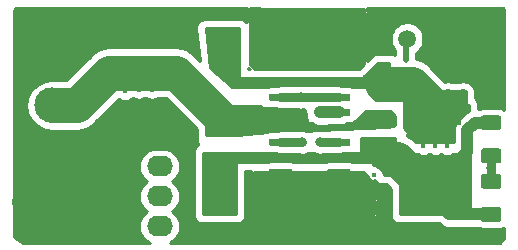
<source format=gbr>
G04 #@! TF.GenerationSoftware,KiCad,Pcbnew,5.1.2-f72e74a~84~ubuntu18.04.1*
G04 #@! TF.CreationDate,2020-01-10T04:29:40+01:00*
G04 #@! TF.ProjectId,BridgeElectrobot,42726964-6765-4456-9c65-6374726f626f,1.0*
G04 #@! TF.SameCoordinates,Original*
G04 #@! TF.FileFunction,Copper,L1,Top*
G04 #@! TF.FilePolarity,Positive*
%FSLAX46Y46*%
G04 Gerber Fmt 4.6, Leading zero omitted, Abs format (unit mm)*
G04 Created by KiCad (PCBNEW 5.1.2-f72e74a~84~ubuntu18.04.1) date 2020-01-10 04:29:40*
%MOMM*%
%LPD*%
G04 APERTURE LIST*
%ADD10C,1.600000*%
%ADD11C,0.100000*%
%ADD12C,1.250000*%
%ADD13C,1.740000*%
%ADD14O,2.200000X1.740000*%
%ADD15C,3.000000*%
%ADD16R,3.000000X3.000000*%
%ADD17C,1.500000*%
%ADD18C,0.600000*%
%ADD19C,6.400000*%
%ADD20C,0.400000*%
%ADD21C,0.800000*%
%ADD22C,3.000000*%
%ADD23C,0.500000*%
%ADD24C,0.750000*%
%ADD25C,1.000000*%
%ADD26C,0.254000*%
G04 APERTURE END LIST*
D10*
X122936000Y-94051000D03*
X122936000Y-90551000D03*
D11*
G36*
X151398504Y-102624204D02*
G01*
X151422773Y-102627804D01*
X151446571Y-102633765D01*
X151469671Y-102642030D01*
X151491849Y-102652520D01*
X151512893Y-102665133D01*
X151532598Y-102679747D01*
X151550777Y-102696223D01*
X151567253Y-102714402D01*
X151581867Y-102734107D01*
X151594480Y-102755151D01*
X151604970Y-102777329D01*
X151613235Y-102800429D01*
X151619196Y-102824227D01*
X151622796Y-102848496D01*
X151624000Y-102873000D01*
X151624000Y-103623000D01*
X151622796Y-103647504D01*
X151619196Y-103671773D01*
X151613235Y-103695571D01*
X151604970Y-103718671D01*
X151594480Y-103740849D01*
X151581867Y-103761893D01*
X151567253Y-103781598D01*
X151550777Y-103799777D01*
X151532598Y-103816253D01*
X151512893Y-103830867D01*
X151491849Y-103843480D01*
X151469671Y-103853970D01*
X151446571Y-103862235D01*
X151422773Y-103868196D01*
X151398504Y-103871796D01*
X151374000Y-103873000D01*
X150124000Y-103873000D01*
X150099496Y-103871796D01*
X150075227Y-103868196D01*
X150051429Y-103862235D01*
X150028329Y-103853970D01*
X150006151Y-103843480D01*
X149985107Y-103830867D01*
X149965402Y-103816253D01*
X149947223Y-103799777D01*
X149930747Y-103781598D01*
X149916133Y-103761893D01*
X149903520Y-103740849D01*
X149893030Y-103718671D01*
X149884765Y-103695571D01*
X149878804Y-103671773D01*
X149875204Y-103647504D01*
X149874000Y-103623000D01*
X149874000Y-102873000D01*
X149875204Y-102848496D01*
X149878804Y-102824227D01*
X149884765Y-102800429D01*
X149893030Y-102777329D01*
X149903520Y-102755151D01*
X149916133Y-102734107D01*
X149930747Y-102714402D01*
X149947223Y-102696223D01*
X149965402Y-102679747D01*
X149985107Y-102665133D01*
X150006151Y-102652520D01*
X150028329Y-102642030D01*
X150051429Y-102633765D01*
X150075227Y-102627804D01*
X150099496Y-102624204D01*
X150124000Y-102623000D01*
X151374000Y-102623000D01*
X151398504Y-102624204D01*
X151398504Y-102624204D01*
G37*
D12*
X150749000Y-103248000D03*
D11*
G36*
X151398504Y-105424204D02*
G01*
X151422773Y-105427804D01*
X151446571Y-105433765D01*
X151469671Y-105442030D01*
X151491849Y-105452520D01*
X151512893Y-105465133D01*
X151532598Y-105479747D01*
X151550777Y-105496223D01*
X151567253Y-105514402D01*
X151581867Y-105534107D01*
X151594480Y-105555151D01*
X151604970Y-105577329D01*
X151613235Y-105600429D01*
X151619196Y-105624227D01*
X151622796Y-105648496D01*
X151624000Y-105673000D01*
X151624000Y-106423000D01*
X151622796Y-106447504D01*
X151619196Y-106471773D01*
X151613235Y-106495571D01*
X151604970Y-106518671D01*
X151594480Y-106540849D01*
X151581867Y-106561893D01*
X151567253Y-106581598D01*
X151550777Y-106599777D01*
X151532598Y-106616253D01*
X151512893Y-106630867D01*
X151491849Y-106643480D01*
X151469671Y-106653970D01*
X151446571Y-106662235D01*
X151422773Y-106668196D01*
X151398504Y-106671796D01*
X151374000Y-106673000D01*
X150124000Y-106673000D01*
X150099496Y-106671796D01*
X150075227Y-106668196D01*
X150051429Y-106662235D01*
X150028329Y-106653970D01*
X150006151Y-106643480D01*
X149985107Y-106630867D01*
X149965402Y-106616253D01*
X149947223Y-106599777D01*
X149930747Y-106581598D01*
X149916133Y-106561893D01*
X149903520Y-106540849D01*
X149893030Y-106518671D01*
X149884765Y-106495571D01*
X149878804Y-106471773D01*
X149875204Y-106447504D01*
X149874000Y-106423000D01*
X149874000Y-105673000D01*
X149875204Y-105648496D01*
X149878804Y-105624227D01*
X149884765Y-105600429D01*
X149893030Y-105577329D01*
X149903520Y-105555151D01*
X149916133Y-105534107D01*
X149930747Y-105514402D01*
X149947223Y-105496223D01*
X149965402Y-105479747D01*
X149985107Y-105465133D01*
X150006151Y-105452520D01*
X150028329Y-105442030D01*
X150051429Y-105433765D01*
X150075227Y-105427804D01*
X150099496Y-105424204D01*
X150124000Y-105423000D01*
X151374000Y-105423000D01*
X151398504Y-105424204D01*
X151398504Y-105424204D01*
G37*
D12*
X150749000Y-106048000D03*
D11*
G36*
X151398504Y-100468204D02*
G01*
X151422773Y-100471804D01*
X151446571Y-100477765D01*
X151469671Y-100486030D01*
X151491849Y-100496520D01*
X151512893Y-100509133D01*
X151532598Y-100523747D01*
X151550777Y-100540223D01*
X151567253Y-100558402D01*
X151581867Y-100578107D01*
X151594480Y-100599151D01*
X151604970Y-100621329D01*
X151613235Y-100644429D01*
X151619196Y-100668227D01*
X151622796Y-100692496D01*
X151624000Y-100717000D01*
X151624000Y-101467000D01*
X151622796Y-101491504D01*
X151619196Y-101515773D01*
X151613235Y-101539571D01*
X151604970Y-101562671D01*
X151594480Y-101584849D01*
X151581867Y-101605893D01*
X151567253Y-101625598D01*
X151550777Y-101643777D01*
X151532598Y-101660253D01*
X151512893Y-101674867D01*
X151491849Y-101687480D01*
X151469671Y-101697970D01*
X151446571Y-101706235D01*
X151422773Y-101712196D01*
X151398504Y-101715796D01*
X151374000Y-101717000D01*
X150124000Y-101717000D01*
X150099496Y-101715796D01*
X150075227Y-101712196D01*
X150051429Y-101706235D01*
X150028329Y-101697970D01*
X150006151Y-101687480D01*
X149985107Y-101674867D01*
X149965402Y-101660253D01*
X149947223Y-101643777D01*
X149930747Y-101625598D01*
X149916133Y-101605893D01*
X149903520Y-101584849D01*
X149893030Y-101562671D01*
X149884765Y-101539571D01*
X149878804Y-101515773D01*
X149875204Y-101491504D01*
X149874000Y-101467000D01*
X149874000Y-100717000D01*
X149875204Y-100692496D01*
X149878804Y-100668227D01*
X149884765Y-100644429D01*
X149893030Y-100621329D01*
X149903520Y-100599151D01*
X149916133Y-100578107D01*
X149930747Y-100558402D01*
X149947223Y-100540223D01*
X149965402Y-100523747D01*
X149985107Y-100509133D01*
X150006151Y-100496520D01*
X150028329Y-100486030D01*
X150051429Y-100477765D01*
X150075227Y-100471804D01*
X150099496Y-100468204D01*
X150124000Y-100467000D01*
X151374000Y-100467000D01*
X151398504Y-100468204D01*
X151398504Y-100468204D01*
G37*
D12*
X150749000Y-101092000D03*
D11*
G36*
X151398504Y-97668204D02*
G01*
X151422773Y-97671804D01*
X151446571Y-97677765D01*
X151469671Y-97686030D01*
X151491849Y-97696520D01*
X151512893Y-97709133D01*
X151532598Y-97723747D01*
X151550777Y-97740223D01*
X151567253Y-97758402D01*
X151581867Y-97778107D01*
X151594480Y-97799151D01*
X151604970Y-97821329D01*
X151613235Y-97844429D01*
X151619196Y-97868227D01*
X151622796Y-97892496D01*
X151624000Y-97917000D01*
X151624000Y-98667000D01*
X151622796Y-98691504D01*
X151619196Y-98715773D01*
X151613235Y-98739571D01*
X151604970Y-98762671D01*
X151594480Y-98784849D01*
X151581867Y-98805893D01*
X151567253Y-98825598D01*
X151550777Y-98843777D01*
X151532598Y-98860253D01*
X151512893Y-98874867D01*
X151491849Y-98887480D01*
X151469671Y-98897970D01*
X151446571Y-98906235D01*
X151422773Y-98912196D01*
X151398504Y-98915796D01*
X151374000Y-98917000D01*
X150124000Y-98917000D01*
X150099496Y-98915796D01*
X150075227Y-98912196D01*
X150051429Y-98906235D01*
X150028329Y-98897970D01*
X150006151Y-98887480D01*
X149985107Y-98874867D01*
X149965402Y-98860253D01*
X149947223Y-98843777D01*
X149930747Y-98825598D01*
X149916133Y-98805893D01*
X149903520Y-98784849D01*
X149893030Y-98762671D01*
X149884765Y-98739571D01*
X149878804Y-98715773D01*
X149875204Y-98691504D01*
X149874000Y-98667000D01*
X149874000Y-97917000D01*
X149875204Y-97892496D01*
X149878804Y-97868227D01*
X149884765Y-97844429D01*
X149893030Y-97821329D01*
X149903520Y-97799151D01*
X149916133Y-97778107D01*
X149930747Y-97758402D01*
X149947223Y-97740223D01*
X149965402Y-97723747D01*
X149985107Y-97709133D01*
X150006151Y-97696520D01*
X150028329Y-97686030D01*
X150051429Y-97677765D01*
X150075227Y-97671804D01*
X150099496Y-97668204D01*
X150124000Y-97667000D01*
X151374000Y-97667000D01*
X151398504Y-97668204D01*
X151398504Y-97668204D01*
G37*
D12*
X150749000Y-98292000D03*
D11*
G36*
X123556505Y-98572204D02*
G01*
X123580773Y-98575804D01*
X123604572Y-98581765D01*
X123627671Y-98590030D01*
X123649850Y-98600520D01*
X123670893Y-98613132D01*
X123690599Y-98627747D01*
X123708777Y-98644223D01*
X123725253Y-98662401D01*
X123739868Y-98682107D01*
X123752480Y-98703150D01*
X123762970Y-98725329D01*
X123771235Y-98748428D01*
X123777196Y-98772227D01*
X123780796Y-98796495D01*
X123782000Y-98820999D01*
X123782000Y-100061001D01*
X123780796Y-100085505D01*
X123777196Y-100109773D01*
X123771235Y-100133572D01*
X123762970Y-100156671D01*
X123752480Y-100178850D01*
X123739868Y-100199893D01*
X123725253Y-100219599D01*
X123708777Y-100237777D01*
X123690599Y-100254253D01*
X123670893Y-100268868D01*
X123649850Y-100281480D01*
X123627671Y-100291970D01*
X123604572Y-100300235D01*
X123580773Y-100306196D01*
X123556505Y-100309796D01*
X123532001Y-100311000D01*
X121831999Y-100311000D01*
X121807495Y-100309796D01*
X121783227Y-100306196D01*
X121759428Y-100300235D01*
X121736329Y-100291970D01*
X121714150Y-100281480D01*
X121693107Y-100268868D01*
X121673401Y-100254253D01*
X121655223Y-100237777D01*
X121638747Y-100219599D01*
X121624132Y-100199893D01*
X121611520Y-100178850D01*
X121601030Y-100156671D01*
X121592765Y-100133572D01*
X121586804Y-100109773D01*
X121583204Y-100085505D01*
X121582000Y-100061001D01*
X121582000Y-98820999D01*
X121583204Y-98796495D01*
X121586804Y-98772227D01*
X121592765Y-98748428D01*
X121601030Y-98725329D01*
X121611520Y-98703150D01*
X121624132Y-98682107D01*
X121638747Y-98662401D01*
X121655223Y-98644223D01*
X121673401Y-98627747D01*
X121693107Y-98613132D01*
X121714150Y-98600520D01*
X121736329Y-98590030D01*
X121759428Y-98581765D01*
X121783227Y-98575804D01*
X121807495Y-98572204D01*
X121831999Y-98571000D01*
X123532001Y-98571000D01*
X123556505Y-98572204D01*
X123556505Y-98572204D01*
G37*
D13*
X122682000Y-99441000D03*
D14*
X122682000Y-101981000D03*
X122682000Y-104521000D03*
X122682000Y-107061000D03*
D15*
X113538000Y-96821000D03*
D16*
X113538000Y-91821000D03*
D15*
X146177000Y-103298000D03*
D16*
X146177000Y-98298000D03*
D17*
X143637000Y-91186000D03*
D11*
G36*
X133746703Y-93299722D02*
G01*
X133761264Y-93301882D01*
X133775543Y-93305459D01*
X133789403Y-93310418D01*
X133802710Y-93316712D01*
X133815336Y-93324280D01*
X133827159Y-93333048D01*
X133838066Y-93342934D01*
X133847952Y-93353841D01*
X133856720Y-93365664D01*
X133864288Y-93378290D01*
X133870582Y-93391597D01*
X133875541Y-93405457D01*
X133879118Y-93419736D01*
X133881278Y-93434297D01*
X133882000Y-93449000D01*
X133882000Y-93749000D01*
X133881278Y-93763703D01*
X133879118Y-93778264D01*
X133875541Y-93792543D01*
X133870582Y-93806403D01*
X133864288Y-93819710D01*
X133856720Y-93832336D01*
X133847952Y-93844159D01*
X133838066Y-93855066D01*
X133827159Y-93864952D01*
X133815336Y-93873720D01*
X133802710Y-93881288D01*
X133789403Y-93887582D01*
X133775543Y-93892541D01*
X133761264Y-93896118D01*
X133746703Y-93898278D01*
X133732000Y-93899000D01*
X132082000Y-93899000D01*
X132067297Y-93898278D01*
X132052736Y-93896118D01*
X132038457Y-93892541D01*
X132024597Y-93887582D01*
X132011290Y-93881288D01*
X131998664Y-93873720D01*
X131986841Y-93864952D01*
X131975934Y-93855066D01*
X131966048Y-93844159D01*
X131957280Y-93832336D01*
X131949712Y-93819710D01*
X131943418Y-93806403D01*
X131938459Y-93792543D01*
X131934882Y-93778264D01*
X131932722Y-93763703D01*
X131932000Y-93749000D01*
X131932000Y-93449000D01*
X131932722Y-93434297D01*
X131934882Y-93419736D01*
X131938459Y-93405457D01*
X131943418Y-93391597D01*
X131949712Y-93378290D01*
X131957280Y-93365664D01*
X131966048Y-93353841D01*
X131975934Y-93342934D01*
X131986841Y-93333048D01*
X131998664Y-93324280D01*
X132011290Y-93316712D01*
X132024597Y-93310418D01*
X132038457Y-93305459D01*
X132052736Y-93301882D01*
X132067297Y-93299722D01*
X132082000Y-93299000D01*
X133732000Y-93299000D01*
X133746703Y-93299722D01*
X133746703Y-93299722D01*
G37*
D18*
X132907000Y-93599000D03*
D11*
G36*
X133746703Y-94569722D02*
G01*
X133761264Y-94571882D01*
X133775543Y-94575459D01*
X133789403Y-94580418D01*
X133802710Y-94586712D01*
X133815336Y-94594280D01*
X133827159Y-94603048D01*
X133838066Y-94612934D01*
X133847952Y-94623841D01*
X133856720Y-94635664D01*
X133864288Y-94648290D01*
X133870582Y-94661597D01*
X133875541Y-94675457D01*
X133879118Y-94689736D01*
X133881278Y-94704297D01*
X133882000Y-94719000D01*
X133882000Y-95019000D01*
X133881278Y-95033703D01*
X133879118Y-95048264D01*
X133875541Y-95062543D01*
X133870582Y-95076403D01*
X133864288Y-95089710D01*
X133856720Y-95102336D01*
X133847952Y-95114159D01*
X133838066Y-95125066D01*
X133827159Y-95134952D01*
X133815336Y-95143720D01*
X133802710Y-95151288D01*
X133789403Y-95157582D01*
X133775543Y-95162541D01*
X133761264Y-95166118D01*
X133746703Y-95168278D01*
X133732000Y-95169000D01*
X132082000Y-95169000D01*
X132067297Y-95168278D01*
X132052736Y-95166118D01*
X132038457Y-95162541D01*
X132024597Y-95157582D01*
X132011290Y-95151288D01*
X131998664Y-95143720D01*
X131986841Y-95134952D01*
X131975934Y-95125066D01*
X131966048Y-95114159D01*
X131957280Y-95102336D01*
X131949712Y-95089710D01*
X131943418Y-95076403D01*
X131938459Y-95062543D01*
X131934882Y-95048264D01*
X131932722Y-95033703D01*
X131932000Y-95019000D01*
X131932000Y-94719000D01*
X131932722Y-94704297D01*
X131934882Y-94689736D01*
X131938459Y-94675457D01*
X131943418Y-94661597D01*
X131949712Y-94648290D01*
X131957280Y-94635664D01*
X131966048Y-94623841D01*
X131975934Y-94612934D01*
X131986841Y-94603048D01*
X131998664Y-94594280D01*
X132011290Y-94586712D01*
X132024597Y-94580418D01*
X132038457Y-94575459D01*
X132052736Y-94571882D01*
X132067297Y-94569722D01*
X132082000Y-94569000D01*
X133732000Y-94569000D01*
X133746703Y-94569722D01*
X133746703Y-94569722D01*
G37*
D18*
X132907000Y-94869000D03*
D11*
G36*
X133746703Y-95839722D02*
G01*
X133761264Y-95841882D01*
X133775543Y-95845459D01*
X133789403Y-95850418D01*
X133802710Y-95856712D01*
X133815336Y-95864280D01*
X133827159Y-95873048D01*
X133838066Y-95882934D01*
X133847952Y-95893841D01*
X133856720Y-95905664D01*
X133864288Y-95918290D01*
X133870582Y-95931597D01*
X133875541Y-95945457D01*
X133879118Y-95959736D01*
X133881278Y-95974297D01*
X133882000Y-95989000D01*
X133882000Y-96289000D01*
X133881278Y-96303703D01*
X133879118Y-96318264D01*
X133875541Y-96332543D01*
X133870582Y-96346403D01*
X133864288Y-96359710D01*
X133856720Y-96372336D01*
X133847952Y-96384159D01*
X133838066Y-96395066D01*
X133827159Y-96404952D01*
X133815336Y-96413720D01*
X133802710Y-96421288D01*
X133789403Y-96427582D01*
X133775543Y-96432541D01*
X133761264Y-96436118D01*
X133746703Y-96438278D01*
X133732000Y-96439000D01*
X132082000Y-96439000D01*
X132067297Y-96438278D01*
X132052736Y-96436118D01*
X132038457Y-96432541D01*
X132024597Y-96427582D01*
X132011290Y-96421288D01*
X131998664Y-96413720D01*
X131986841Y-96404952D01*
X131975934Y-96395066D01*
X131966048Y-96384159D01*
X131957280Y-96372336D01*
X131949712Y-96359710D01*
X131943418Y-96346403D01*
X131938459Y-96332543D01*
X131934882Y-96318264D01*
X131932722Y-96303703D01*
X131932000Y-96289000D01*
X131932000Y-95989000D01*
X131932722Y-95974297D01*
X131934882Y-95959736D01*
X131938459Y-95945457D01*
X131943418Y-95931597D01*
X131949712Y-95918290D01*
X131957280Y-95905664D01*
X131966048Y-95893841D01*
X131975934Y-95882934D01*
X131986841Y-95873048D01*
X131998664Y-95864280D01*
X132011290Y-95856712D01*
X132024597Y-95850418D01*
X132038457Y-95845459D01*
X132052736Y-95841882D01*
X132067297Y-95839722D01*
X132082000Y-95839000D01*
X133732000Y-95839000D01*
X133746703Y-95839722D01*
X133746703Y-95839722D01*
G37*
D18*
X132907000Y-96139000D03*
D11*
G36*
X133746703Y-97109722D02*
G01*
X133761264Y-97111882D01*
X133775543Y-97115459D01*
X133789403Y-97120418D01*
X133802710Y-97126712D01*
X133815336Y-97134280D01*
X133827159Y-97143048D01*
X133838066Y-97152934D01*
X133847952Y-97163841D01*
X133856720Y-97175664D01*
X133864288Y-97188290D01*
X133870582Y-97201597D01*
X133875541Y-97215457D01*
X133879118Y-97229736D01*
X133881278Y-97244297D01*
X133882000Y-97259000D01*
X133882000Y-97559000D01*
X133881278Y-97573703D01*
X133879118Y-97588264D01*
X133875541Y-97602543D01*
X133870582Y-97616403D01*
X133864288Y-97629710D01*
X133856720Y-97642336D01*
X133847952Y-97654159D01*
X133838066Y-97665066D01*
X133827159Y-97674952D01*
X133815336Y-97683720D01*
X133802710Y-97691288D01*
X133789403Y-97697582D01*
X133775543Y-97702541D01*
X133761264Y-97706118D01*
X133746703Y-97708278D01*
X133732000Y-97709000D01*
X132082000Y-97709000D01*
X132067297Y-97708278D01*
X132052736Y-97706118D01*
X132038457Y-97702541D01*
X132024597Y-97697582D01*
X132011290Y-97691288D01*
X131998664Y-97683720D01*
X131986841Y-97674952D01*
X131975934Y-97665066D01*
X131966048Y-97654159D01*
X131957280Y-97642336D01*
X131949712Y-97629710D01*
X131943418Y-97616403D01*
X131938459Y-97602543D01*
X131934882Y-97588264D01*
X131932722Y-97573703D01*
X131932000Y-97559000D01*
X131932000Y-97259000D01*
X131932722Y-97244297D01*
X131934882Y-97229736D01*
X131938459Y-97215457D01*
X131943418Y-97201597D01*
X131949712Y-97188290D01*
X131957280Y-97175664D01*
X131966048Y-97163841D01*
X131975934Y-97152934D01*
X131986841Y-97143048D01*
X131998664Y-97134280D01*
X132011290Y-97126712D01*
X132024597Y-97120418D01*
X132038457Y-97115459D01*
X132052736Y-97111882D01*
X132067297Y-97109722D01*
X132082000Y-97109000D01*
X133732000Y-97109000D01*
X133746703Y-97109722D01*
X133746703Y-97109722D01*
G37*
D18*
X132907000Y-97409000D03*
D11*
G36*
X133746703Y-98379722D02*
G01*
X133761264Y-98381882D01*
X133775543Y-98385459D01*
X133789403Y-98390418D01*
X133802710Y-98396712D01*
X133815336Y-98404280D01*
X133827159Y-98413048D01*
X133838066Y-98422934D01*
X133847952Y-98433841D01*
X133856720Y-98445664D01*
X133864288Y-98458290D01*
X133870582Y-98471597D01*
X133875541Y-98485457D01*
X133879118Y-98499736D01*
X133881278Y-98514297D01*
X133882000Y-98529000D01*
X133882000Y-98829000D01*
X133881278Y-98843703D01*
X133879118Y-98858264D01*
X133875541Y-98872543D01*
X133870582Y-98886403D01*
X133864288Y-98899710D01*
X133856720Y-98912336D01*
X133847952Y-98924159D01*
X133838066Y-98935066D01*
X133827159Y-98944952D01*
X133815336Y-98953720D01*
X133802710Y-98961288D01*
X133789403Y-98967582D01*
X133775543Y-98972541D01*
X133761264Y-98976118D01*
X133746703Y-98978278D01*
X133732000Y-98979000D01*
X132082000Y-98979000D01*
X132067297Y-98978278D01*
X132052736Y-98976118D01*
X132038457Y-98972541D01*
X132024597Y-98967582D01*
X132011290Y-98961288D01*
X131998664Y-98953720D01*
X131986841Y-98944952D01*
X131975934Y-98935066D01*
X131966048Y-98924159D01*
X131957280Y-98912336D01*
X131949712Y-98899710D01*
X131943418Y-98886403D01*
X131938459Y-98872543D01*
X131934882Y-98858264D01*
X131932722Y-98843703D01*
X131932000Y-98829000D01*
X131932000Y-98529000D01*
X131932722Y-98514297D01*
X131934882Y-98499736D01*
X131938459Y-98485457D01*
X131943418Y-98471597D01*
X131949712Y-98458290D01*
X131957280Y-98445664D01*
X131966048Y-98433841D01*
X131975934Y-98422934D01*
X131986841Y-98413048D01*
X131998664Y-98404280D01*
X132011290Y-98396712D01*
X132024597Y-98390418D01*
X132038457Y-98385459D01*
X132052736Y-98381882D01*
X132067297Y-98379722D01*
X132082000Y-98379000D01*
X133732000Y-98379000D01*
X133746703Y-98379722D01*
X133746703Y-98379722D01*
G37*
D18*
X132907000Y-98679000D03*
D11*
G36*
X133746703Y-99649722D02*
G01*
X133761264Y-99651882D01*
X133775543Y-99655459D01*
X133789403Y-99660418D01*
X133802710Y-99666712D01*
X133815336Y-99674280D01*
X133827159Y-99683048D01*
X133838066Y-99692934D01*
X133847952Y-99703841D01*
X133856720Y-99715664D01*
X133864288Y-99728290D01*
X133870582Y-99741597D01*
X133875541Y-99755457D01*
X133879118Y-99769736D01*
X133881278Y-99784297D01*
X133882000Y-99799000D01*
X133882000Y-100099000D01*
X133881278Y-100113703D01*
X133879118Y-100128264D01*
X133875541Y-100142543D01*
X133870582Y-100156403D01*
X133864288Y-100169710D01*
X133856720Y-100182336D01*
X133847952Y-100194159D01*
X133838066Y-100205066D01*
X133827159Y-100214952D01*
X133815336Y-100223720D01*
X133802710Y-100231288D01*
X133789403Y-100237582D01*
X133775543Y-100242541D01*
X133761264Y-100246118D01*
X133746703Y-100248278D01*
X133732000Y-100249000D01*
X132082000Y-100249000D01*
X132067297Y-100248278D01*
X132052736Y-100246118D01*
X132038457Y-100242541D01*
X132024597Y-100237582D01*
X132011290Y-100231288D01*
X131998664Y-100223720D01*
X131986841Y-100214952D01*
X131975934Y-100205066D01*
X131966048Y-100194159D01*
X131957280Y-100182336D01*
X131949712Y-100169710D01*
X131943418Y-100156403D01*
X131938459Y-100142543D01*
X131934882Y-100128264D01*
X131932722Y-100113703D01*
X131932000Y-100099000D01*
X131932000Y-99799000D01*
X131932722Y-99784297D01*
X131934882Y-99769736D01*
X131938459Y-99755457D01*
X131943418Y-99741597D01*
X131949712Y-99728290D01*
X131957280Y-99715664D01*
X131966048Y-99703841D01*
X131975934Y-99692934D01*
X131986841Y-99683048D01*
X131998664Y-99674280D01*
X132011290Y-99666712D01*
X132024597Y-99660418D01*
X132038457Y-99655459D01*
X132052736Y-99651882D01*
X132067297Y-99649722D01*
X132082000Y-99649000D01*
X133732000Y-99649000D01*
X133746703Y-99649722D01*
X133746703Y-99649722D01*
G37*
D18*
X132907000Y-99949000D03*
D11*
G36*
X133746703Y-100919722D02*
G01*
X133761264Y-100921882D01*
X133775543Y-100925459D01*
X133789403Y-100930418D01*
X133802710Y-100936712D01*
X133815336Y-100944280D01*
X133827159Y-100953048D01*
X133838066Y-100962934D01*
X133847952Y-100973841D01*
X133856720Y-100985664D01*
X133864288Y-100998290D01*
X133870582Y-101011597D01*
X133875541Y-101025457D01*
X133879118Y-101039736D01*
X133881278Y-101054297D01*
X133882000Y-101069000D01*
X133882000Y-101369000D01*
X133881278Y-101383703D01*
X133879118Y-101398264D01*
X133875541Y-101412543D01*
X133870582Y-101426403D01*
X133864288Y-101439710D01*
X133856720Y-101452336D01*
X133847952Y-101464159D01*
X133838066Y-101475066D01*
X133827159Y-101484952D01*
X133815336Y-101493720D01*
X133802710Y-101501288D01*
X133789403Y-101507582D01*
X133775543Y-101512541D01*
X133761264Y-101516118D01*
X133746703Y-101518278D01*
X133732000Y-101519000D01*
X132082000Y-101519000D01*
X132067297Y-101518278D01*
X132052736Y-101516118D01*
X132038457Y-101512541D01*
X132024597Y-101507582D01*
X132011290Y-101501288D01*
X131998664Y-101493720D01*
X131986841Y-101484952D01*
X131975934Y-101475066D01*
X131966048Y-101464159D01*
X131957280Y-101452336D01*
X131949712Y-101439710D01*
X131943418Y-101426403D01*
X131938459Y-101412543D01*
X131934882Y-101398264D01*
X131932722Y-101383703D01*
X131932000Y-101369000D01*
X131932000Y-101069000D01*
X131932722Y-101054297D01*
X131934882Y-101039736D01*
X131938459Y-101025457D01*
X131943418Y-101011597D01*
X131949712Y-100998290D01*
X131957280Y-100985664D01*
X131966048Y-100973841D01*
X131975934Y-100962934D01*
X131986841Y-100953048D01*
X131998664Y-100944280D01*
X132011290Y-100936712D01*
X132024597Y-100930418D01*
X132038457Y-100925459D01*
X132052736Y-100921882D01*
X132067297Y-100919722D01*
X132082000Y-100919000D01*
X133732000Y-100919000D01*
X133746703Y-100919722D01*
X133746703Y-100919722D01*
G37*
D18*
X132907000Y-101219000D03*
D11*
G36*
X133746703Y-102189722D02*
G01*
X133761264Y-102191882D01*
X133775543Y-102195459D01*
X133789403Y-102200418D01*
X133802710Y-102206712D01*
X133815336Y-102214280D01*
X133827159Y-102223048D01*
X133838066Y-102232934D01*
X133847952Y-102243841D01*
X133856720Y-102255664D01*
X133864288Y-102268290D01*
X133870582Y-102281597D01*
X133875541Y-102295457D01*
X133879118Y-102309736D01*
X133881278Y-102324297D01*
X133882000Y-102339000D01*
X133882000Y-102639000D01*
X133881278Y-102653703D01*
X133879118Y-102668264D01*
X133875541Y-102682543D01*
X133870582Y-102696403D01*
X133864288Y-102709710D01*
X133856720Y-102722336D01*
X133847952Y-102734159D01*
X133838066Y-102745066D01*
X133827159Y-102754952D01*
X133815336Y-102763720D01*
X133802710Y-102771288D01*
X133789403Y-102777582D01*
X133775543Y-102782541D01*
X133761264Y-102786118D01*
X133746703Y-102788278D01*
X133732000Y-102789000D01*
X132082000Y-102789000D01*
X132067297Y-102788278D01*
X132052736Y-102786118D01*
X132038457Y-102782541D01*
X132024597Y-102777582D01*
X132011290Y-102771288D01*
X131998664Y-102763720D01*
X131986841Y-102754952D01*
X131975934Y-102745066D01*
X131966048Y-102734159D01*
X131957280Y-102722336D01*
X131949712Y-102709710D01*
X131943418Y-102696403D01*
X131938459Y-102682543D01*
X131934882Y-102668264D01*
X131932722Y-102653703D01*
X131932000Y-102639000D01*
X131932000Y-102339000D01*
X131932722Y-102324297D01*
X131934882Y-102309736D01*
X131938459Y-102295457D01*
X131943418Y-102281597D01*
X131949712Y-102268290D01*
X131957280Y-102255664D01*
X131966048Y-102243841D01*
X131975934Y-102232934D01*
X131986841Y-102223048D01*
X131998664Y-102214280D01*
X132011290Y-102206712D01*
X132024597Y-102200418D01*
X132038457Y-102195459D01*
X132052736Y-102191882D01*
X132067297Y-102189722D01*
X132082000Y-102189000D01*
X133732000Y-102189000D01*
X133746703Y-102189722D01*
X133746703Y-102189722D01*
G37*
D18*
X132907000Y-102489000D03*
D11*
G36*
X138696703Y-102189722D02*
G01*
X138711264Y-102191882D01*
X138725543Y-102195459D01*
X138739403Y-102200418D01*
X138752710Y-102206712D01*
X138765336Y-102214280D01*
X138777159Y-102223048D01*
X138788066Y-102232934D01*
X138797952Y-102243841D01*
X138806720Y-102255664D01*
X138814288Y-102268290D01*
X138820582Y-102281597D01*
X138825541Y-102295457D01*
X138829118Y-102309736D01*
X138831278Y-102324297D01*
X138832000Y-102339000D01*
X138832000Y-102639000D01*
X138831278Y-102653703D01*
X138829118Y-102668264D01*
X138825541Y-102682543D01*
X138820582Y-102696403D01*
X138814288Y-102709710D01*
X138806720Y-102722336D01*
X138797952Y-102734159D01*
X138788066Y-102745066D01*
X138777159Y-102754952D01*
X138765336Y-102763720D01*
X138752710Y-102771288D01*
X138739403Y-102777582D01*
X138725543Y-102782541D01*
X138711264Y-102786118D01*
X138696703Y-102788278D01*
X138682000Y-102789000D01*
X137032000Y-102789000D01*
X137017297Y-102788278D01*
X137002736Y-102786118D01*
X136988457Y-102782541D01*
X136974597Y-102777582D01*
X136961290Y-102771288D01*
X136948664Y-102763720D01*
X136936841Y-102754952D01*
X136925934Y-102745066D01*
X136916048Y-102734159D01*
X136907280Y-102722336D01*
X136899712Y-102709710D01*
X136893418Y-102696403D01*
X136888459Y-102682543D01*
X136884882Y-102668264D01*
X136882722Y-102653703D01*
X136882000Y-102639000D01*
X136882000Y-102339000D01*
X136882722Y-102324297D01*
X136884882Y-102309736D01*
X136888459Y-102295457D01*
X136893418Y-102281597D01*
X136899712Y-102268290D01*
X136907280Y-102255664D01*
X136916048Y-102243841D01*
X136925934Y-102232934D01*
X136936841Y-102223048D01*
X136948664Y-102214280D01*
X136961290Y-102206712D01*
X136974597Y-102200418D01*
X136988457Y-102195459D01*
X137002736Y-102191882D01*
X137017297Y-102189722D01*
X137032000Y-102189000D01*
X138682000Y-102189000D01*
X138696703Y-102189722D01*
X138696703Y-102189722D01*
G37*
D18*
X137857000Y-102489000D03*
D11*
G36*
X138696703Y-100919722D02*
G01*
X138711264Y-100921882D01*
X138725543Y-100925459D01*
X138739403Y-100930418D01*
X138752710Y-100936712D01*
X138765336Y-100944280D01*
X138777159Y-100953048D01*
X138788066Y-100962934D01*
X138797952Y-100973841D01*
X138806720Y-100985664D01*
X138814288Y-100998290D01*
X138820582Y-101011597D01*
X138825541Y-101025457D01*
X138829118Y-101039736D01*
X138831278Y-101054297D01*
X138832000Y-101069000D01*
X138832000Y-101369000D01*
X138831278Y-101383703D01*
X138829118Y-101398264D01*
X138825541Y-101412543D01*
X138820582Y-101426403D01*
X138814288Y-101439710D01*
X138806720Y-101452336D01*
X138797952Y-101464159D01*
X138788066Y-101475066D01*
X138777159Y-101484952D01*
X138765336Y-101493720D01*
X138752710Y-101501288D01*
X138739403Y-101507582D01*
X138725543Y-101512541D01*
X138711264Y-101516118D01*
X138696703Y-101518278D01*
X138682000Y-101519000D01*
X137032000Y-101519000D01*
X137017297Y-101518278D01*
X137002736Y-101516118D01*
X136988457Y-101512541D01*
X136974597Y-101507582D01*
X136961290Y-101501288D01*
X136948664Y-101493720D01*
X136936841Y-101484952D01*
X136925934Y-101475066D01*
X136916048Y-101464159D01*
X136907280Y-101452336D01*
X136899712Y-101439710D01*
X136893418Y-101426403D01*
X136888459Y-101412543D01*
X136884882Y-101398264D01*
X136882722Y-101383703D01*
X136882000Y-101369000D01*
X136882000Y-101069000D01*
X136882722Y-101054297D01*
X136884882Y-101039736D01*
X136888459Y-101025457D01*
X136893418Y-101011597D01*
X136899712Y-100998290D01*
X136907280Y-100985664D01*
X136916048Y-100973841D01*
X136925934Y-100962934D01*
X136936841Y-100953048D01*
X136948664Y-100944280D01*
X136961290Y-100936712D01*
X136974597Y-100930418D01*
X136988457Y-100925459D01*
X137002736Y-100921882D01*
X137017297Y-100919722D01*
X137032000Y-100919000D01*
X138682000Y-100919000D01*
X138696703Y-100919722D01*
X138696703Y-100919722D01*
G37*
D18*
X137857000Y-101219000D03*
D11*
G36*
X138696703Y-99649722D02*
G01*
X138711264Y-99651882D01*
X138725543Y-99655459D01*
X138739403Y-99660418D01*
X138752710Y-99666712D01*
X138765336Y-99674280D01*
X138777159Y-99683048D01*
X138788066Y-99692934D01*
X138797952Y-99703841D01*
X138806720Y-99715664D01*
X138814288Y-99728290D01*
X138820582Y-99741597D01*
X138825541Y-99755457D01*
X138829118Y-99769736D01*
X138831278Y-99784297D01*
X138832000Y-99799000D01*
X138832000Y-100099000D01*
X138831278Y-100113703D01*
X138829118Y-100128264D01*
X138825541Y-100142543D01*
X138820582Y-100156403D01*
X138814288Y-100169710D01*
X138806720Y-100182336D01*
X138797952Y-100194159D01*
X138788066Y-100205066D01*
X138777159Y-100214952D01*
X138765336Y-100223720D01*
X138752710Y-100231288D01*
X138739403Y-100237582D01*
X138725543Y-100242541D01*
X138711264Y-100246118D01*
X138696703Y-100248278D01*
X138682000Y-100249000D01*
X137032000Y-100249000D01*
X137017297Y-100248278D01*
X137002736Y-100246118D01*
X136988457Y-100242541D01*
X136974597Y-100237582D01*
X136961290Y-100231288D01*
X136948664Y-100223720D01*
X136936841Y-100214952D01*
X136925934Y-100205066D01*
X136916048Y-100194159D01*
X136907280Y-100182336D01*
X136899712Y-100169710D01*
X136893418Y-100156403D01*
X136888459Y-100142543D01*
X136884882Y-100128264D01*
X136882722Y-100113703D01*
X136882000Y-100099000D01*
X136882000Y-99799000D01*
X136882722Y-99784297D01*
X136884882Y-99769736D01*
X136888459Y-99755457D01*
X136893418Y-99741597D01*
X136899712Y-99728290D01*
X136907280Y-99715664D01*
X136916048Y-99703841D01*
X136925934Y-99692934D01*
X136936841Y-99683048D01*
X136948664Y-99674280D01*
X136961290Y-99666712D01*
X136974597Y-99660418D01*
X136988457Y-99655459D01*
X137002736Y-99651882D01*
X137017297Y-99649722D01*
X137032000Y-99649000D01*
X138682000Y-99649000D01*
X138696703Y-99649722D01*
X138696703Y-99649722D01*
G37*
D18*
X137857000Y-99949000D03*
D11*
G36*
X138696703Y-98379722D02*
G01*
X138711264Y-98381882D01*
X138725543Y-98385459D01*
X138739403Y-98390418D01*
X138752710Y-98396712D01*
X138765336Y-98404280D01*
X138777159Y-98413048D01*
X138788066Y-98422934D01*
X138797952Y-98433841D01*
X138806720Y-98445664D01*
X138814288Y-98458290D01*
X138820582Y-98471597D01*
X138825541Y-98485457D01*
X138829118Y-98499736D01*
X138831278Y-98514297D01*
X138832000Y-98529000D01*
X138832000Y-98829000D01*
X138831278Y-98843703D01*
X138829118Y-98858264D01*
X138825541Y-98872543D01*
X138820582Y-98886403D01*
X138814288Y-98899710D01*
X138806720Y-98912336D01*
X138797952Y-98924159D01*
X138788066Y-98935066D01*
X138777159Y-98944952D01*
X138765336Y-98953720D01*
X138752710Y-98961288D01*
X138739403Y-98967582D01*
X138725543Y-98972541D01*
X138711264Y-98976118D01*
X138696703Y-98978278D01*
X138682000Y-98979000D01*
X137032000Y-98979000D01*
X137017297Y-98978278D01*
X137002736Y-98976118D01*
X136988457Y-98972541D01*
X136974597Y-98967582D01*
X136961290Y-98961288D01*
X136948664Y-98953720D01*
X136936841Y-98944952D01*
X136925934Y-98935066D01*
X136916048Y-98924159D01*
X136907280Y-98912336D01*
X136899712Y-98899710D01*
X136893418Y-98886403D01*
X136888459Y-98872543D01*
X136884882Y-98858264D01*
X136882722Y-98843703D01*
X136882000Y-98829000D01*
X136882000Y-98529000D01*
X136882722Y-98514297D01*
X136884882Y-98499736D01*
X136888459Y-98485457D01*
X136893418Y-98471597D01*
X136899712Y-98458290D01*
X136907280Y-98445664D01*
X136916048Y-98433841D01*
X136925934Y-98422934D01*
X136936841Y-98413048D01*
X136948664Y-98404280D01*
X136961290Y-98396712D01*
X136974597Y-98390418D01*
X136988457Y-98385459D01*
X137002736Y-98381882D01*
X137017297Y-98379722D01*
X137032000Y-98379000D01*
X138682000Y-98379000D01*
X138696703Y-98379722D01*
X138696703Y-98379722D01*
G37*
D18*
X137857000Y-98679000D03*
D11*
G36*
X138696703Y-97109722D02*
G01*
X138711264Y-97111882D01*
X138725543Y-97115459D01*
X138739403Y-97120418D01*
X138752710Y-97126712D01*
X138765336Y-97134280D01*
X138777159Y-97143048D01*
X138788066Y-97152934D01*
X138797952Y-97163841D01*
X138806720Y-97175664D01*
X138814288Y-97188290D01*
X138820582Y-97201597D01*
X138825541Y-97215457D01*
X138829118Y-97229736D01*
X138831278Y-97244297D01*
X138832000Y-97259000D01*
X138832000Y-97559000D01*
X138831278Y-97573703D01*
X138829118Y-97588264D01*
X138825541Y-97602543D01*
X138820582Y-97616403D01*
X138814288Y-97629710D01*
X138806720Y-97642336D01*
X138797952Y-97654159D01*
X138788066Y-97665066D01*
X138777159Y-97674952D01*
X138765336Y-97683720D01*
X138752710Y-97691288D01*
X138739403Y-97697582D01*
X138725543Y-97702541D01*
X138711264Y-97706118D01*
X138696703Y-97708278D01*
X138682000Y-97709000D01*
X137032000Y-97709000D01*
X137017297Y-97708278D01*
X137002736Y-97706118D01*
X136988457Y-97702541D01*
X136974597Y-97697582D01*
X136961290Y-97691288D01*
X136948664Y-97683720D01*
X136936841Y-97674952D01*
X136925934Y-97665066D01*
X136916048Y-97654159D01*
X136907280Y-97642336D01*
X136899712Y-97629710D01*
X136893418Y-97616403D01*
X136888459Y-97602543D01*
X136884882Y-97588264D01*
X136882722Y-97573703D01*
X136882000Y-97559000D01*
X136882000Y-97259000D01*
X136882722Y-97244297D01*
X136884882Y-97229736D01*
X136888459Y-97215457D01*
X136893418Y-97201597D01*
X136899712Y-97188290D01*
X136907280Y-97175664D01*
X136916048Y-97163841D01*
X136925934Y-97152934D01*
X136936841Y-97143048D01*
X136948664Y-97134280D01*
X136961290Y-97126712D01*
X136974597Y-97120418D01*
X136988457Y-97115459D01*
X137002736Y-97111882D01*
X137017297Y-97109722D01*
X137032000Y-97109000D01*
X138682000Y-97109000D01*
X138696703Y-97109722D01*
X138696703Y-97109722D01*
G37*
D18*
X137857000Y-97409000D03*
D11*
G36*
X138696703Y-95839722D02*
G01*
X138711264Y-95841882D01*
X138725543Y-95845459D01*
X138739403Y-95850418D01*
X138752710Y-95856712D01*
X138765336Y-95864280D01*
X138777159Y-95873048D01*
X138788066Y-95882934D01*
X138797952Y-95893841D01*
X138806720Y-95905664D01*
X138814288Y-95918290D01*
X138820582Y-95931597D01*
X138825541Y-95945457D01*
X138829118Y-95959736D01*
X138831278Y-95974297D01*
X138832000Y-95989000D01*
X138832000Y-96289000D01*
X138831278Y-96303703D01*
X138829118Y-96318264D01*
X138825541Y-96332543D01*
X138820582Y-96346403D01*
X138814288Y-96359710D01*
X138806720Y-96372336D01*
X138797952Y-96384159D01*
X138788066Y-96395066D01*
X138777159Y-96404952D01*
X138765336Y-96413720D01*
X138752710Y-96421288D01*
X138739403Y-96427582D01*
X138725543Y-96432541D01*
X138711264Y-96436118D01*
X138696703Y-96438278D01*
X138682000Y-96439000D01*
X137032000Y-96439000D01*
X137017297Y-96438278D01*
X137002736Y-96436118D01*
X136988457Y-96432541D01*
X136974597Y-96427582D01*
X136961290Y-96421288D01*
X136948664Y-96413720D01*
X136936841Y-96404952D01*
X136925934Y-96395066D01*
X136916048Y-96384159D01*
X136907280Y-96372336D01*
X136899712Y-96359710D01*
X136893418Y-96346403D01*
X136888459Y-96332543D01*
X136884882Y-96318264D01*
X136882722Y-96303703D01*
X136882000Y-96289000D01*
X136882000Y-95989000D01*
X136882722Y-95974297D01*
X136884882Y-95959736D01*
X136888459Y-95945457D01*
X136893418Y-95931597D01*
X136899712Y-95918290D01*
X136907280Y-95905664D01*
X136916048Y-95893841D01*
X136925934Y-95882934D01*
X136936841Y-95873048D01*
X136948664Y-95864280D01*
X136961290Y-95856712D01*
X136974597Y-95850418D01*
X136988457Y-95845459D01*
X137002736Y-95841882D01*
X137017297Y-95839722D01*
X137032000Y-95839000D01*
X138682000Y-95839000D01*
X138696703Y-95839722D01*
X138696703Y-95839722D01*
G37*
D18*
X137857000Y-96139000D03*
D11*
G36*
X138696703Y-94569722D02*
G01*
X138711264Y-94571882D01*
X138725543Y-94575459D01*
X138739403Y-94580418D01*
X138752710Y-94586712D01*
X138765336Y-94594280D01*
X138777159Y-94603048D01*
X138788066Y-94612934D01*
X138797952Y-94623841D01*
X138806720Y-94635664D01*
X138814288Y-94648290D01*
X138820582Y-94661597D01*
X138825541Y-94675457D01*
X138829118Y-94689736D01*
X138831278Y-94704297D01*
X138832000Y-94719000D01*
X138832000Y-95019000D01*
X138831278Y-95033703D01*
X138829118Y-95048264D01*
X138825541Y-95062543D01*
X138820582Y-95076403D01*
X138814288Y-95089710D01*
X138806720Y-95102336D01*
X138797952Y-95114159D01*
X138788066Y-95125066D01*
X138777159Y-95134952D01*
X138765336Y-95143720D01*
X138752710Y-95151288D01*
X138739403Y-95157582D01*
X138725543Y-95162541D01*
X138711264Y-95166118D01*
X138696703Y-95168278D01*
X138682000Y-95169000D01*
X137032000Y-95169000D01*
X137017297Y-95168278D01*
X137002736Y-95166118D01*
X136988457Y-95162541D01*
X136974597Y-95157582D01*
X136961290Y-95151288D01*
X136948664Y-95143720D01*
X136936841Y-95134952D01*
X136925934Y-95125066D01*
X136916048Y-95114159D01*
X136907280Y-95102336D01*
X136899712Y-95089710D01*
X136893418Y-95076403D01*
X136888459Y-95062543D01*
X136884882Y-95048264D01*
X136882722Y-95033703D01*
X136882000Y-95019000D01*
X136882000Y-94719000D01*
X136882722Y-94704297D01*
X136884882Y-94689736D01*
X136888459Y-94675457D01*
X136893418Y-94661597D01*
X136899712Y-94648290D01*
X136907280Y-94635664D01*
X136916048Y-94623841D01*
X136925934Y-94612934D01*
X136936841Y-94603048D01*
X136948664Y-94594280D01*
X136961290Y-94586712D01*
X136974597Y-94580418D01*
X136988457Y-94575459D01*
X137002736Y-94571882D01*
X137017297Y-94569722D01*
X137032000Y-94569000D01*
X138682000Y-94569000D01*
X138696703Y-94569722D01*
X138696703Y-94569722D01*
G37*
D18*
X137857000Y-94869000D03*
D11*
G36*
X138696703Y-93299722D02*
G01*
X138711264Y-93301882D01*
X138725543Y-93305459D01*
X138739403Y-93310418D01*
X138752710Y-93316712D01*
X138765336Y-93324280D01*
X138777159Y-93333048D01*
X138788066Y-93342934D01*
X138797952Y-93353841D01*
X138806720Y-93365664D01*
X138814288Y-93378290D01*
X138820582Y-93391597D01*
X138825541Y-93405457D01*
X138829118Y-93419736D01*
X138831278Y-93434297D01*
X138832000Y-93449000D01*
X138832000Y-93749000D01*
X138831278Y-93763703D01*
X138829118Y-93778264D01*
X138825541Y-93792543D01*
X138820582Y-93806403D01*
X138814288Y-93819710D01*
X138806720Y-93832336D01*
X138797952Y-93844159D01*
X138788066Y-93855066D01*
X138777159Y-93864952D01*
X138765336Y-93873720D01*
X138752710Y-93881288D01*
X138739403Y-93887582D01*
X138725543Y-93892541D01*
X138711264Y-93896118D01*
X138696703Y-93898278D01*
X138682000Y-93899000D01*
X137032000Y-93899000D01*
X137017297Y-93898278D01*
X137002736Y-93896118D01*
X136988457Y-93892541D01*
X136974597Y-93887582D01*
X136961290Y-93881288D01*
X136948664Y-93873720D01*
X136936841Y-93864952D01*
X136925934Y-93855066D01*
X136916048Y-93844159D01*
X136907280Y-93832336D01*
X136899712Y-93819710D01*
X136893418Y-93806403D01*
X136888459Y-93792543D01*
X136884882Y-93778264D01*
X136882722Y-93763703D01*
X136882000Y-93749000D01*
X136882000Y-93449000D01*
X136882722Y-93434297D01*
X136884882Y-93419736D01*
X136888459Y-93405457D01*
X136893418Y-93391597D01*
X136899712Y-93378290D01*
X136907280Y-93365664D01*
X136916048Y-93353841D01*
X136925934Y-93342934D01*
X136936841Y-93333048D01*
X136948664Y-93324280D01*
X136961290Y-93316712D01*
X136974597Y-93310418D01*
X136988457Y-93305459D01*
X137002736Y-93301882D01*
X137017297Y-93299722D01*
X137032000Y-93299000D01*
X138682000Y-93299000D01*
X138696703Y-93299722D01*
X138696703Y-93299722D01*
G37*
D18*
X137857000Y-93599000D03*
D19*
X148463000Y-91694000D03*
X113411000Y-105029000D03*
D20*
X116586000Y-96901000D03*
X116586000Y-95758000D03*
X117602000Y-95250000D03*
X117729000Y-96266000D03*
X115570000Y-96266000D03*
X115570000Y-97409000D03*
X118618000Y-94615000D03*
X119761000Y-94615000D03*
X120904000Y-94615000D03*
X118618000Y-95631000D03*
X119761000Y-95631000D03*
X120904000Y-95504000D03*
X122047000Y-95504000D03*
X130810000Y-90551000D03*
X131810000Y-90551000D03*
X132810000Y-90551000D03*
X133810000Y-90551000D03*
X134810000Y-90551000D03*
X130810000Y-91551000D03*
X131810000Y-91551000D03*
X132810000Y-91551000D03*
X133810000Y-91551000D03*
X134810000Y-91551000D03*
X130810000Y-92551000D03*
X131810000Y-92551000D03*
X132810000Y-92551000D03*
X133810000Y-92551000D03*
X134810000Y-92551000D03*
X130810000Y-93551000D03*
X134810000Y-93551000D03*
X131810000Y-90551000D03*
X132810000Y-90551000D03*
X133810000Y-90551000D03*
X134810000Y-90551000D03*
X135810000Y-90551000D03*
X136810000Y-90551000D03*
X137810000Y-90551000D03*
X130810000Y-91551000D03*
X131810000Y-91551000D03*
X132810000Y-91551000D03*
X133810000Y-91551000D03*
X134810000Y-91551000D03*
X135810000Y-91551000D03*
X136810000Y-91551000D03*
X137810000Y-91551000D03*
X130810000Y-92551000D03*
X131810000Y-92551000D03*
X132810000Y-92551000D03*
X133810000Y-92551000D03*
X134810000Y-92551000D03*
X135810000Y-92551000D03*
X136810000Y-92551000D03*
X137810000Y-92551000D03*
X130810000Y-93551000D03*
X134810000Y-93551000D03*
X135810000Y-93551000D03*
X131810000Y-90551000D03*
X132810000Y-90551000D03*
X133810000Y-90551000D03*
X134810000Y-90551000D03*
X135810000Y-90551000D03*
X136810000Y-90551000D03*
X137810000Y-90551000D03*
X138810000Y-90551000D03*
X130810000Y-91551000D03*
X131810000Y-91551000D03*
X132810000Y-91551000D03*
X133810000Y-91551000D03*
X134810000Y-91551000D03*
X135810000Y-91551000D03*
X136810000Y-91551000D03*
X137810000Y-91551000D03*
X138810000Y-91551000D03*
X130810000Y-92551000D03*
X131810000Y-92551000D03*
X132810000Y-92551000D03*
X133810000Y-92551000D03*
X134810000Y-92551000D03*
X135810000Y-92551000D03*
X136810000Y-92551000D03*
X137810000Y-92551000D03*
X138810000Y-92551000D03*
X130810000Y-93551000D03*
X134810000Y-93551000D03*
X135810000Y-93551000D03*
X130810000Y-102743000D03*
X134810000Y-102743000D03*
X139810000Y-102743000D03*
X140810000Y-102743000D03*
X130810000Y-103743000D03*
X131810000Y-103743000D03*
X132810000Y-103743000D03*
X133810000Y-103743000D03*
X134810000Y-103743000D03*
X137810000Y-103743000D03*
X138810000Y-103743000D03*
X139810000Y-103743000D03*
X140810000Y-103743000D03*
X130810000Y-104743000D03*
X131810000Y-104743000D03*
X132810000Y-104743000D03*
X133810000Y-104743000D03*
X134810000Y-104743000D03*
X137810000Y-104743000D03*
X138810000Y-104743000D03*
X139810000Y-104743000D03*
X140810000Y-104743000D03*
X130810000Y-105743000D03*
X131810000Y-105743000D03*
X132810000Y-105743000D03*
X133810000Y-105743000D03*
X134810000Y-105743000D03*
X137810000Y-105743000D03*
X138810000Y-105743000D03*
X139810000Y-105743000D03*
X140810000Y-105743000D03*
X143510000Y-92964000D03*
D21*
X150749000Y-102108000D03*
D20*
X144780000Y-101346000D03*
X147788000Y-101687000D03*
X148844000Y-101727000D03*
X148844000Y-102743000D03*
X148844000Y-103886000D03*
X148844000Y-105029000D03*
X147955000Y-105029000D03*
X144653000Y-105029000D03*
X143510000Y-105029000D03*
X143510000Y-104013000D03*
X143510000Y-102870000D03*
X143510000Y-101727000D03*
X144145000Y-102362000D03*
X144018000Y-103505000D03*
X144018000Y-104521000D03*
X146177000Y-105410000D03*
X145288000Y-105664000D03*
X147320000Y-105664000D03*
X148336000Y-104394000D03*
X148209000Y-103251000D03*
X148082000Y-102362000D03*
X146304000Y-101219000D03*
X144018000Y-97282000D03*
X148018000Y-97282000D03*
X144018000Y-98282000D03*
X148018000Y-98282000D03*
X144018000Y-99282000D03*
X145018000Y-100282000D03*
X146018000Y-100282000D03*
X147018000Y-100282000D03*
X145034000Y-96393000D03*
X146050000Y-96393000D03*
X147066000Y-96393000D03*
X148717000Y-96901000D03*
X145034000Y-95631000D03*
X146050000Y-95631000D03*
X147066000Y-95631000D03*
X148336000Y-95631000D03*
X148082000Y-96393000D03*
D21*
X134620000Y-96139000D03*
X134747000Y-99949000D03*
X136271000Y-99949000D03*
X136271000Y-97409000D03*
D22*
X124067370Y-94051000D02*
X127806370Y-97790000D01*
X122936000Y-94051000D02*
X124067370Y-94051000D01*
X118429320Y-94051000D02*
X122936000Y-94051000D01*
X113538000Y-96821000D02*
X115659320Y-96821000D01*
X115659320Y-96821000D02*
X118429320Y-94051000D01*
D23*
X143510000Y-91313000D02*
X143637000Y-91186000D01*
X143510000Y-92964000D02*
X143510000Y-91313000D01*
D24*
X150749000Y-101092000D02*
X150749000Y-102108000D01*
X150749000Y-102108000D02*
X150749000Y-103248000D01*
D22*
X146177000Y-103298000D02*
X144700000Y-103298000D01*
X144700000Y-103298000D02*
X143446500Y-102044500D01*
D25*
X146177000Y-103298000D02*
X146177000Y-105029000D01*
X147196000Y-106048000D02*
X150749000Y-106048000D01*
X146177000Y-105029000D02*
X147196000Y-106048000D01*
X149358000Y-98292000D02*
X150749000Y-98292000D01*
X146177000Y-103298000D02*
X147788000Y-101687000D01*
X148717000Y-98933000D02*
X149358000Y-98292000D01*
X148717000Y-100758000D02*
X148717000Y-98933000D01*
D22*
X143446500Y-102044500D02*
X142748000Y-101346000D01*
D25*
X147788000Y-101687000D02*
X148717000Y-100758000D01*
D22*
X146177000Y-98298000D02*
X146177000Y-97155000D01*
X146177000Y-97155000D02*
X144018000Y-94996000D01*
X144018000Y-94996000D02*
X141859000Y-94996000D01*
D24*
X132907000Y-96139000D02*
X134620000Y-96139000D01*
X134620000Y-96139000D02*
X137857000Y-96139000D01*
X132907000Y-99949000D02*
X134747000Y-99949000D01*
X137857000Y-99949000D02*
X136271000Y-99949000D01*
D25*
X137857000Y-97409000D02*
X136271000Y-97409000D01*
D26*
G36*
X142621000Y-102743000D02*
G01*
X141645000Y-102743000D01*
X141645000Y-102660760D01*
X141612911Y-102499440D01*
X141549967Y-102347479D01*
X141458587Y-102210719D01*
X141342281Y-102094413D01*
X141205521Y-102003033D01*
X141053560Y-101940089D01*
X140892240Y-101908000D01*
X140783203Y-101908000D01*
X140709483Y-101686839D01*
X140699333Y-101664106D01*
X140684943Y-101643789D01*
X140666866Y-101626671D01*
X140645796Y-101613408D01*
X140622544Y-101604510D01*
X140589000Y-101600000D01*
X138947596Y-101600000D01*
X138835745Y-101566071D01*
X138682000Y-101550928D01*
X137032000Y-101550928D01*
X136878255Y-101566071D01*
X136766404Y-101600000D01*
X133997596Y-101600000D01*
X133885745Y-101566071D01*
X133732000Y-101550928D01*
X132082000Y-101550928D01*
X131928255Y-101566071D01*
X131816404Y-101600000D01*
X129286000Y-101600000D01*
X129261224Y-101602440D01*
X129237399Y-101609667D01*
X129215443Y-101621403D01*
X129196197Y-101637197D01*
X129180403Y-101656443D01*
X129168667Y-101678399D01*
X129161440Y-101702224D01*
X129159000Y-101727000D01*
X129159000Y-106045000D01*
X126365000Y-106045000D01*
X126365000Y-100838000D01*
X131816404Y-100838000D01*
X131928255Y-100871929D01*
X132082000Y-100887072D01*
X132520070Y-100887072D01*
X132709006Y-100944385D01*
X132857392Y-100959000D01*
X134519377Y-100959000D01*
X134645061Y-100984000D01*
X134848939Y-100984000D01*
X135048898Y-100944226D01*
X135237256Y-100866205D01*
X135279468Y-100838000D01*
X135738532Y-100838000D01*
X135780744Y-100866205D01*
X135969102Y-100944226D01*
X136169061Y-100984000D01*
X136372939Y-100984000D01*
X136498623Y-100959000D01*
X137906608Y-100959000D01*
X138054994Y-100944385D01*
X138243930Y-100887072D01*
X138682000Y-100887072D01*
X138835745Y-100871929D01*
X138947596Y-100838000D01*
X139573000Y-100838000D01*
X139597776Y-100835560D01*
X139621601Y-100828333D01*
X139643557Y-100816597D01*
X139662803Y-100800803D01*
X139678597Y-100781557D01*
X139690333Y-100759601D01*
X139697560Y-100735776D01*
X139700000Y-100711000D01*
X139700000Y-99568000D01*
X142621000Y-99568000D01*
X142621000Y-102743000D01*
X142621000Y-102743000D01*
G37*
X142621000Y-102743000D02*
X141645000Y-102743000D01*
X141645000Y-102660760D01*
X141612911Y-102499440D01*
X141549967Y-102347479D01*
X141458587Y-102210719D01*
X141342281Y-102094413D01*
X141205521Y-102003033D01*
X141053560Y-101940089D01*
X140892240Y-101908000D01*
X140783203Y-101908000D01*
X140709483Y-101686839D01*
X140699333Y-101664106D01*
X140684943Y-101643789D01*
X140666866Y-101626671D01*
X140645796Y-101613408D01*
X140622544Y-101604510D01*
X140589000Y-101600000D01*
X138947596Y-101600000D01*
X138835745Y-101566071D01*
X138682000Y-101550928D01*
X137032000Y-101550928D01*
X136878255Y-101566071D01*
X136766404Y-101600000D01*
X133997596Y-101600000D01*
X133885745Y-101566071D01*
X133732000Y-101550928D01*
X132082000Y-101550928D01*
X131928255Y-101566071D01*
X131816404Y-101600000D01*
X129286000Y-101600000D01*
X129261224Y-101602440D01*
X129237399Y-101609667D01*
X129215443Y-101621403D01*
X129196197Y-101637197D01*
X129180403Y-101656443D01*
X129168667Y-101678399D01*
X129161440Y-101702224D01*
X129159000Y-101727000D01*
X129159000Y-106045000D01*
X126365000Y-106045000D01*
X126365000Y-100838000D01*
X131816404Y-100838000D01*
X131928255Y-100871929D01*
X132082000Y-100887072D01*
X132520070Y-100887072D01*
X132709006Y-100944385D01*
X132857392Y-100959000D01*
X134519377Y-100959000D01*
X134645061Y-100984000D01*
X134848939Y-100984000D01*
X135048898Y-100944226D01*
X135237256Y-100866205D01*
X135279468Y-100838000D01*
X135738532Y-100838000D01*
X135780744Y-100866205D01*
X135969102Y-100944226D01*
X136169061Y-100984000D01*
X136372939Y-100984000D01*
X136498623Y-100959000D01*
X137906608Y-100959000D01*
X138054994Y-100944385D01*
X138243930Y-100887072D01*
X138682000Y-100887072D01*
X138835745Y-100871929D01*
X138947596Y-100838000D01*
X139573000Y-100838000D01*
X139597776Y-100835560D01*
X139621601Y-100828333D01*
X139643557Y-100816597D01*
X139662803Y-100800803D01*
X139678597Y-100781557D01*
X139690333Y-100759601D01*
X139697560Y-100735776D01*
X139700000Y-100711000D01*
X139700000Y-99568000D01*
X142621000Y-99568000D01*
X142621000Y-102743000D01*
G36*
X129413000Y-94361000D02*
G01*
X129415440Y-94385776D01*
X129422667Y-94409601D01*
X129434403Y-94431557D01*
X129450197Y-94450803D01*
X129469443Y-94466597D01*
X129491399Y-94478333D01*
X129515224Y-94485560D01*
X129540000Y-94488000D01*
X131816404Y-94488000D01*
X131928255Y-94521929D01*
X132082000Y-94537072D01*
X133732000Y-94537072D01*
X133885745Y-94521929D01*
X133997596Y-94488000D01*
X136766404Y-94488000D01*
X136878255Y-94521929D01*
X137032000Y-94537072D01*
X138682000Y-94537072D01*
X138835745Y-94521929D01*
X138947596Y-94488000D01*
X139827000Y-94488000D01*
X139851776Y-94485560D01*
X139875601Y-94478333D01*
X139897557Y-94466597D01*
X139916803Y-94450803D01*
X141149606Y-93218000D01*
X142113000Y-93218000D01*
X142113000Y-96393000D01*
X141022606Y-96393000D01*
X140319002Y-95689396D01*
X140201483Y-95336839D01*
X140191333Y-95314106D01*
X140176943Y-95293789D01*
X140158866Y-95276671D01*
X140137796Y-95263408D01*
X140114544Y-95254510D01*
X140081000Y-95250000D01*
X138947596Y-95250000D01*
X138835745Y-95216071D01*
X138682000Y-95200928D01*
X138243930Y-95200928D01*
X138054994Y-95143615D01*
X137906608Y-95129000D01*
X134847623Y-95129000D01*
X134721939Y-95104000D01*
X134518061Y-95104000D01*
X134392377Y-95129000D01*
X132857392Y-95129000D01*
X132709006Y-95143615D01*
X132520070Y-95200928D01*
X132082000Y-95200928D01*
X131928255Y-95216071D01*
X131816404Y-95250000D01*
X128775983Y-95250000D01*
X128775560Y-95245708D01*
X128768333Y-95221883D01*
X128756597Y-95199927D01*
X128732612Y-95173178D01*
X126930325Y-93661582D01*
X126569834Y-90297000D01*
X129413000Y-90297000D01*
X129413000Y-94361000D01*
X129413000Y-94361000D01*
G37*
X129413000Y-94361000D02*
X129415440Y-94385776D01*
X129422667Y-94409601D01*
X129434403Y-94431557D01*
X129450197Y-94450803D01*
X129469443Y-94466597D01*
X129491399Y-94478333D01*
X129515224Y-94485560D01*
X129540000Y-94488000D01*
X131816404Y-94488000D01*
X131928255Y-94521929D01*
X132082000Y-94537072D01*
X133732000Y-94537072D01*
X133885745Y-94521929D01*
X133997596Y-94488000D01*
X136766404Y-94488000D01*
X136878255Y-94521929D01*
X137032000Y-94537072D01*
X138682000Y-94537072D01*
X138835745Y-94521929D01*
X138947596Y-94488000D01*
X139827000Y-94488000D01*
X139851776Y-94485560D01*
X139875601Y-94478333D01*
X139897557Y-94466597D01*
X139916803Y-94450803D01*
X141149606Y-93218000D01*
X142113000Y-93218000D01*
X142113000Y-96393000D01*
X141022606Y-96393000D01*
X140319002Y-95689396D01*
X140201483Y-95336839D01*
X140191333Y-95314106D01*
X140176943Y-95293789D01*
X140158866Y-95276671D01*
X140137796Y-95263408D01*
X140114544Y-95254510D01*
X140081000Y-95250000D01*
X138947596Y-95250000D01*
X138835745Y-95216071D01*
X138682000Y-95200928D01*
X138243930Y-95200928D01*
X138054994Y-95143615D01*
X137906608Y-95129000D01*
X134847623Y-95129000D01*
X134721939Y-95104000D01*
X134518061Y-95104000D01*
X134392377Y-95129000D01*
X132857392Y-95129000D01*
X132709006Y-95143615D01*
X132520070Y-95200928D01*
X132082000Y-95200928D01*
X131928255Y-95216071D01*
X131816404Y-95250000D01*
X128775983Y-95250000D01*
X128775560Y-95245708D01*
X128768333Y-95221883D01*
X128756597Y-95199927D01*
X128732612Y-95173178D01*
X126930325Y-93661582D01*
X126569834Y-90297000D01*
X129413000Y-90297000D01*
X129413000Y-94361000D01*
G36*
X131388204Y-97014592D02*
G01*
X131411456Y-97023490D01*
X131445000Y-97028000D01*
X131816404Y-97028000D01*
X131928255Y-97061929D01*
X132082000Y-97077072D01*
X132520070Y-97077072D01*
X132709006Y-97134385D01*
X132857392Y-97149000D01*
X134392377Y-97149000D01*
X134518061Y-97174000D01*
X134721939Y-97174000D01*
X134840240Y-97150469D01*
X135012117Y-97193438D01*
X135128870Y-98185839D01*
X135134188Y-98210160D01*
X135144150Y-98232977D01*
X135158371Y-98253412D01*
X135176305Y-98270680D01*
X135197264Y-98284117D01*
X135220441Y-98293208D01*
X135244947Y-98297601D01*
X135259095Y-98297934D01*
X135553487Y-98288437D01*
X135637377Y-98357284D01*
X135834553Y-98462676D01*
X136048501Y-98527577D01*
X136215248Y-98544000D01*
X137912752Y-98544000D01*
X138079499Y-98527577D01*
X138293447Y-98462676D01*
X138490623Y-98357284D01*
X138503066Y-98347072D01*
X138682000Y-98347072D01*
X138835745Y-98331929D01*
X138983582Y-98287084D01*
X139119829Y-98214258D01*
X139171659Y-98171722D01*
X139196095Y-98170934D01*
X139220780Y-98167696D01*
X139244358Y-98159705D01*
X139265925Y-98147267D01*
X139281803Y-98133803D01*
X140133606Y-97282000D01*
X142187394Y-97282000D01*
X142621000Y-97715606D01*
X142621000Y-98473510D01*
X142449674Y-98559173D01*
X141967829Y-98679634D01*
X136209126Y-98914000D01*
X136169061Y-98914000D01*
X136158755Y-98916050D01*
X135065263Y-98960553D01*
X135048898Y-98953774D01*
X134848939Y-98914000D01*
X134645061Y-98914000D01*
X134519377Y-98939000D01*
X132857392Y-98939000D01*
X132709006Y-98953615D01*
X132520070Y-99010928D01*
X132082000Y-99010928D01*
X131928255Y-99026071D01*
X131780418Y-99070916D01*
X131733189Y-99096160D01*
X131058836Y-99123605D01*
X131050932Y-99124174D01*
X129215947Y-99314000D01*
X126619000Y-99314000D01*
X126619000Y-97080606D01*
X126798606Y-96901000D01*
X131161020Y-96901000D01*
X131388204Y-97014592D01*
X131388204Y-97014592D01*
G37*
X131388204Y-97014592D02*
X131411456Y-97023490D01*
X131445000Y-97028000D01*
X131816404Y-97028000D01*
X131928255Y-97061929D01*
X132082000Y-97077072D01*
X132520070Y-97077072D01*
X132709006Y-97134385D01*
X132857392Y-97149000D01*
X134392377Y-97149000D01*
X134518061Y-97174000D01*
X134721939Y-97174000D01*
X134840240Y-97150469D01*
X135012117Y-97193438D01*
X135128870Y-98185839D01*
X135134188Y-98210160D01*
X135144150Y-98232977D01*
X135158371Y-98253412D01*
X135176305Y-98270680D01*
X135197264Y-98284117D01*
X135220441Y-98293208D01*
X135244947Y-98297601D01*
X135259095Y-98297934D01*
X135553487Y-98288437D01*
X135637377Y-98357284D01*
X135834553Y-98462676D01*
X136048501Y-98527577D01*
X136215248Y-98544000D01*
X137912752Y-98544000D01*
X138079499Y-98527577D01*
X138293447Y-98462676D01*
X138490623Y-98357284D01*
X138503066Y-98347072D01*
X138682000Y-98347072D01*
X138835745Y-98331929D01*
X138983582Y-98287084D01*
X139119829Y-98214258D01*
X139171659Y-98171722D01*
X139196095Y-98170934D01*
X139220780Y-98167696D01*
X139244358Y-98159705D01*
X139265925Y-98147267D01*
X139281803Y-98133803D01*
X140133606Y-97282000D01*
X142187394Y-97282000D01*
X142621000Y-97715606D01*
X142621000Y-98473510D01*
X142449674Y-98559173D01*
X141967829Y-98679634D01*
X136209126Y-98914000D01*
X136169061Y-98914000D01*
X136158755Y-98916050D01*
X135065263Y-98960553D01*
X135048898Y-98953774D01*
X134848939Y-98914000D01*
X134645061Y-98914000D01*
X134519377Y-98939000D01*
X132857392Y-98939000D01*
X132709006Y-98953615D01*
X132520070Y-99010928D01*
X132082000Y-99010928D01*
X131928255Y-99026071D01*
X131780418Y-99070916D01*
X131733189Y-99096160D01*
X131058836Y-99123605D01*
X131050932Y-99124174D01*
X129215947Y-99314000D01*
X126619000Y-99314000D01*
X126619000Y-97080606D01*
X126798606Y-96901000D01*
X131161020Y-96901000D01*
X131388204Y-97014592D01*
G36*
X144622479Y-101021967D02*
G01*
X144774440Y-101084911D01*
X144935760Y-101117000D01*
X145100240Y-101117000D01*
X145261560Y-101084911D01*
X145413521Y-101021967D01*
X145498778Y-100965000D01*
X145537222Y-100965000D01*
X145622479Y-101021967D01*
X145774440Y-101084911D01*
X145935760Y-101117000D01*
X146100240Y-101117000D01*
X146261560Y-101084911D01*
X146413521Y-101021967D01*
X146498778Y-100965000D01*
X146537222Y-100965000D01*
X146622479Y-101021967D01*
X146774440Y-101084911D01*
X146935760Y-101117000D01*
X147100240Y-101117000D01*
X147261560Y-101084911D01*
X147413521Y-101021967D01*
X147498778Y-100965000D01*
X148971000Y-100965000D01*
X148971000Y-106045000D01*
X143002000Y-106045000D01*
X143002000Y-100965000D01*
X144537222Y-100965000D01*
X144622479Y-101021967D01*
X144622479Y-101021967D01*
G37*
X144622479Y-101021967D02*
X144774440Y-101084911D01*
X144935760Y-101117000D01*
X145100240Y-101117000D01*
X145261560Y-101084911D01*
X145413521Y-101021967D01*
X145498778Y-100965000D01*
X145537222Y-100965000D01*
X145622479Y-101021967D01*
X145774440Y-101084911D01*
X145935760Y-101117000D01*
X146100240Y-101117000D01*
X146261560Y-101084911D01*
X146413521Y-101021967D01*
X146498778Y-100965000D01*
X146537222Y-100965000D01*
X146622479Y-101021967D01*
X146774440Y-101084911D01*
X146935760Y-101117000D01*
X147100240Y-101117000D01*
X147261560Y-101084911D01*
X147413521Y-101021967D01*
X147498778Y-100965000D01*
X148971000Y-100965000D01*
X148971000Y-106045000D01*
X143002000Y-106045000D01*
X143002000Y-100965000D01*
X144537222Y-100965000D01*
X144622479Y-101021967D01*
G36*
X148590000Y-96647000D02*
G01*
X148592440Y-96671776D01*
X148599667Y-96695601D01*
X148611403Y-96717557D01*
X148627197Y-96736803D01*
X148646443Y-96752597D01*
X148668399Y-96764333D01*
X148692224Y-96771560D01*
X148717000Y-96774000D01*
X148844000Y-96774000D01*
X148844000Y-97279777D01*
X148724377Y-97343716D01*
X148551551Y-97485551D01*
X148516004Y-97528865D01*
X147953860Y-98091009D01*
X147910552Y-98126551D01*
X147768717Y-98299377D01*
X147712384Y-98404770D01*
X147663324Y-98496554D01*
X147598423Y-98710502D01*
X147576509Y-98933000D01*
X147582000Y-98988751D01*
X147582000Y-99949000D01*
X144370345Y-99949000D01*
X144183510Y-99762165D01*
X143939881Y-99562224D01*
X143662556Y-99413991D01*
X143674536Y-99102511D01*
X143673050Y-99077659D01*
X143666744Y-99053575D01*
X143655860Y-99031183D01*
X143637433Y-99007827D01*
X143383000Y-98753394D01*
X143383000Y-95631000D01*
X148590000Y-95631000D01*
X148590000Y-96647000D01*
X148590000Y-96647000D01*
G37*
X148590000Y-96647000D02*
X148592440Y-96671776D01*
X148599667Y-96695601D01*
X148611403Y-96717557D01*
X148627197Y-96736803D01*
X148646443Y-96752597D01*
X148668399Y-96764333D01*
X148692224Y-96771560D01*
X148717000Y-96774000D01*
X148844000Y-96774000D01*
X148844000Y-97279777D01*
X148724377Y-97343716D01*
X148551551Y-97485551D01*
X148516004Y-97528865D01*
X147953860Y-98091009D01*
X147910552Y-98126551D01*
X147768717Y-98299377D01*
X147712384Y-98404770D01*
X147663324Y-98496554D01*
X147598423Y-98710502D01*
X147576509Y-98933000D01*
X147582000Y-98988751D01*
X147582000Y-99949000D01*
X144370345Y-99949000D01*
X144183510Y-99762165D01*
X143939881Y-99562224D01*
X143662556Y-99413991D01*
X143674536Y-99102511D01*
X143673050Y-99077659D01*
X143666744Y-99053575D01*
X143655860Y-99031183D01*
X143637433Y-99007827D01*
X143383000Y-98753394D01*
X143383000Y-95631000D01*
X148590000Y-95631000D01*
X148590000Y-96647000D01*
G36*
X131943952Y-88645677D02*
G01*
X131953000Y-88646000D01*
X139969809Y-88646000D01*
X140207266Y-90426925D01*
X139958485Y-93287909D01*
X139520394Y-93726000D01*
X130725333Y-93726000D01*
X130302000Y-93408500D01*
X130302000Y-88544000D01*
X130520471Y-88544000D01*
X131943952Y-88645677D01*
X131943952Y-88645677D01*
G37*
X131943952Y-88645677D02*
X131953000Y-88646000D01*
X139969809Y-88646000D01*
X140207266Y-90426925D01*
X139958485Y-93287909D01*
X139520394Y-93726000D01*
X130725333Y-93726000D01*
X130302000Y-93408500D01*
X130302000Y-88544000D01*
X130520471Y-88544000D01*
X131943952Y-88645677D01*
G36*
X140365034Y-102896288D02*
G01*
X140905480Y-103643527D01*
X140846102Y-106045000D01*
X138557000Y-106045000D01*
X138555615Y-106045008D01*
X132079348Y-106115648D01*
X130735606Y-106115648D01*
X130429000Y-105809042D01*
X130429000Y-102739254D01*
X130735606Y-102432648D01*
X139901394Y-102432648D01*
X140365034Y-102896288D01*
X140365034Y-102896288D01*
G37*
X140365034Y-102896288D02*
X140905480Y-103643527D01*
X140846102Y-106045000D01*
X138557000Y-106045000D01*
X138555615Y-106045008D01*
X132079348Y-106115648D01*
X130735606Y-106115648D01*
X130429000Y-105809042D01*
X130429000Y-102739254D01*
X130735606Y-102432648D01*
X139901394Y-102432648D01*
X140365034Y-102896288D01*
G36*
X130048000Y-89792863D02*
G01*
X129989013Y-89720987D01*
X129892787Y-89642017D01*
X129783004Y-89583336D01*
X129663882Y-89547201D01*
X129540000Y-89535000D01*
X126428500Y-89535000D01*
X126360851Y-89538614D01*
X126238974Y-89563943D01*
X126124380Y-89612563D01*
X126021473Y-89682605D01*
X125934208Y-89771377D01*
X125865938Y-89875468D01*
X125819287Y-89990878D01*
X125796048Y-90113171D01*
X125797114Y-90237649D01*
X126099964Y-93064249D01*
X125651207Y-92615492D01*
X125584347Y-92534023D01*
X125259251Y-92267223D01*
X124888352Y-92068974D01*
X124485903Y-91946892D01*
X124172252Y-91916000D01*
X124172242Y-91916000D01*
X124067370Y-91905671D01*
X123962498Y-91916000D01*
X118534194Y-91916000D01*
X118429320Y-91905671D01*
X118324445Y-91916000D01*
X118324438Y-91916000D01*
X118048321Y-91943195D01*
X118010786Y-91946892D01*
X117662942Y-92052410D01*
X117608338Y-92068974D01*
X117237439Y-92267223D01*
X117237437Y-92267224D01*
X117237438Y-92267224D01*
X116993810Y-92467164D01*
X116993807Y-92467167D01*
X116912343Y-92534023D01*
X116845487Y-92615487D01*
X114774975Y-94686000D01*
X113327721Y-94686000D01*
X113224349Y-94706562D01*
X113119467Y-94716892D01*
X113018616Y-94747485D01*
X112915244Y-94768047D01*
X112817869Y-94808381D01*
X112717018Y-94838974D01*
X112624073Y-94888654D01*
X112526698Y-94928988D01*
X112439064Y-94987543D01*
X112346119Y-95037223D01*
X112264653Y-95104081D01*
X112177017Y-95162637D01*
X112102487Y-95237167D01*
X112021023Y-95304023D01*
X111954167Y-95385487D01*
X111879637Y-95460017D01*
X111821081Y-95547653D01*
X111754223Y-95629119D01*
X111704543Y-95722064D01*
X111645988Y-95809698D01*
X111605654Y-95907073D01*
X111555974Y-96000018D01*
X111525381Y-96100869D01*
X111485047Y-96198244D01*
X111464485Y-96301616D01*
X111433892Y-96402467D01*
X111423562Y-96507349D01*
X111403000Y-96610721D01*
X111403000Y-96716118D01*
X111392670Y-96821000D01*
X111403000Y-96925882D01*
X111403000Y-97031279D01*
X111423562Y-97134651D01*
X111433892Y-97239533D01*
X111464485Y-97340384D01*
X111485047Y-97443756D01*
X111525381Y-97541131D01*
X111555974Y-97641982D01*
X111605654Y-97734927D01*
X111645988Y-97832302D01*
X111704543Y-97919936D01*
X111754223Y-98012881D01*
X111821081Y-98094347D01*
X111879637Y-98181983D01*
X111954167Y-98256513D01*
X112021023Y-98337977D01*
X112102487Y-98404833D01*
X112177017Y-98479363D01*
X112264653Y-98537919D01*
X112346119Y-98604777D01*
X112439064Y-98654457D01*
X112526698Y-98713012D01*
X112624073Y-98753346D01*
X112717018Y-98803026D01*
X112817869Y-98833619D01*
X112915244Y-98873953D01*
X113018616Y-98894515D01*
X113119467Y-98925108D01*
X113224349Y-98935438D01*
X113327721Y-98956000D01*
X115554448Y-98956000D01*
X115659320Y-98966329D01*
X115764192Y-98956000D01*
X115764202Y-98956000D01*
X116077853Y-98925108D01*
X116480302Y-98803026D01*
X116851201Y-98604777D01*
X117176297Y-98337977D01*
X117243157Y-98256508D01*
X119224399Y-96275267D01*
X119228719Y-96279587D01*
X119365479Y-96370967D01*
X119517440Y-96433911D01*
X119678760Y-96466000D01*
X119843240Y-96466000D01*
X120004560Y-96433911D01*
X120156521Y-96370967D01*
X120293281Y-96279587D01*
X120386868Y-96186000D01*
X120421725Y-96186000D01*
X120508479Y-96243967D01*
X120660440Y-96306911D01*
X120821760Y-96339000D01*
X120986240Y-96339000D01*
X121147560Y-96306911D01*
X121299521Y-96243967D01*
X121386275Y-96186000D01*
X121564725Y-96186000D01*
X121651479Y-96243967D01*
X121803440Y-96306911D01*
X121964760Y-96339000D01*
X122129240Y-96339000D01*
X122290560Y-96306911D01*
X122442521Y-96243967D01*
X122529275Y-96186000D01*
X123183025Y-96186000D01*
X125857000Y-98859976D01*
X125857000Y-99822000D01*
X125869201Y-99945882D01*
X125905336Y-100065004D01*
X125949927Y-100148426D01*
X125885213Y-100183017D01*
X125788987Y-100261987D01*
X125710017Y-100358213D01*
X125651336Y-100467996D01*
X125615201Y-100587118D01*
X125603000Y-100711000D01*
X125603000Y-106172000D01*
X125615201Y-106295882D01*
X125651336Y-106415004D01*
X125710017Y-106524787D01*
X125788987Y-106621013D01*
X125885213Y-106699983D01*
X125994996Y-106758664D01*
X126114118Y-106794799D01*
X126238000Y-106807000D01*
X129286000Y-106807000D01*
X129409882Y-106794799D01*
X129529004Y-106758664D01*
X129638787Y-106699983D01*
X129735013Y-106621013D01*
X129813983Y-106524787D01*
X129872664Y-106415004D01*
X129908799Y-106295882D01*
X129921000Y-106172000D01*
X129921000Y-102362000D01*
X130447042Y-102362000D01*
X130212197Y-102596845D01*
X130196403Y-102616091D01*
X130184667Y-102638047D01*
X130177440Y-102661872D01*
X130175000Y-102686648D01*
X130175000Y-105861648D01*
X130177440Y-105886424D01*
X130184667Y-105910249D01*
X130196403Y-105932205D01*
X130212197Y-105951451D01*
X130593197Y-106332451D01*
X130612443Y-106348245D01*
X130634399Y-106359981D01*
X130658224Y-106367208D01*
X130683000Y-106369648D01*
X132080000Y-106369648D01*
X132081385Y-106369640D01*
X138557652Y-106299000D01*
X140970000Y-106299000D01*
X140991690Y-106297134D01*
X141015686Y-106290498D01*
X141037926Y-106279308D01*
X141057555Y-106263995D01*
X141073820Y-106245146D01*
X141086096Y-106223486D01*
X141093909Y-106199848D01*
X141096961Y-106175139D01*
X141160461Y-103606963D01*
X141157055Y-103574443D01*
X141148948Y-103550903D01*
X141136406Y-103529397D01*
X140867312Y-103157338D01*
X141028987Y-103319013D01*
X141125213Y-103397983D01*
X141234996Y-103456664D01*
X141354118Y-103492799D01*
X141478000Y-103505000D01*
X141887655Y-103505000D01*
X142240000Y-103857345D01*
X142240000Y-106172000D01*
X142252201Y-106295882D01*
X142288336Y-106415004D01*
X142347017Y-106524787D01*
X142425987Y-106621013D01*
X142522213Y-106699983D01*
X142631996Y-106758664D01*
X142751118Y-106794799D01*
X142875000Y-106807000D01*
X146349867Y-106807000D01*
X146354013Y-106811146D01*
X146389551Y-106854449D01*
X146432854Y-106889987D01*
X146432856Y-106889989D01*
X146562377Y-106996284D01*
X146759553Y-107101676D01*
X146973501Y-107166577D01*
X147196000Y-107188491D01*
X147251752Y-107183000D01*
X149671015Y-107183000D01*
X149784150Y-107243472D01*
X149950746Y-107294008D01*
X150124000Y-107311072D01*
X151374000Y-107311072D01*
X151547254Y-107294008D01*
X151713850Y-107243472D01*
X151867001Y-107161611D01*
X151867001Y-108057618D01*
X151491620Y-108433000D01*
X123537808Y-108433000D01*
X123752179Y-108318417D01*
X123981345Y-108130345D01*
X124169417Y-107901179D01*
X124309166Y-107639725D01*
X124395224Y-107356032D01*
X124424282Y-107061000D01*
X124395224Y-106765968D01*
X124309166Y-106482275D01*
X124169417Y-106220821D01*
X123981345Y-105991655D01*
X123752179Y-105803583D01*
X123728638Y-105791000D01*
X123752179Y-105778417D01*
X123981345Y-105590345D01*
X124169417Y-105361179D01*
X124309166Y-105099725D01*
X124395224Y-104816032D01*
X124424282Y-104521000D01*
X124395224Y-104225968D01*
X124309166Y-103942275D01*
X124169417Y-103680821D01*
X123981345Y-103451655D01*
X123752179Y-103263583D01*
X123728638Y-103251000D01*
X123752179Y-103238417D01*
X123981345Y-103050345D01*
X124169417Y-102821179D01*
X124309166Y-102559725D01*
X124395224Y-102276032D01*
X124424282Y-101981000D01*
X124395224Y-101685968D01*
X124309166Y-101402275D01*
X124169417Y-101140821D01*
X123981345Y-100911655D01*
X123752179Y-100723583D01*
X123490725Y-100583834D01*
X123207032Y-100497776D01*
X122985936Y-100476000D01*
X122378064Y-100476000D01*
X122156968Y-100497776D01*
X121873275Y-100583834D01*
X121611821Y-100723583D01*
X121382655Y-100911655D01*
X121194583Y-101140821D01*
X121054834Y-101402275D01*
X120968776Y-101685968D01*
X120939718Y-101981000D01*
X120968776Y-102276032D01*
X121054834Y-102559725D01*
X121194583Y-102821179D01*
X121382655Y-103050345D01*
X121611821Y-103238417D01*
X121635362Y-103251000D01*
X121611821Y-103263583D01*
X121382655Y-103451655D01*
X121194583Y-103680821D01*
X121054834Y-103942275D01*
X120968776Y-104225968D01*
X120939718Y-104521000D01*
X120968776Y-104816032D01*
X121054834Y-105099725D01*
X121194583Y-105361179D01*
X121382655Y-105590345D01*
X121611821Y-105778417D01*
X121635362Y-105791000D01*
X121611821Y-105803583D01*
X121382655Y-105991655D01*
X121194583Y-106220821D01*
X121054834Y-106482275D01*
X120968776Y-106765968D01*
X120939718Y-107061000D01*
X120968776Y-107356032D01*
X121054834Y-107639725D01*
X121194583Y-107901179D01*
X121382655Y-108130345D01*
X121611821Y-108318417D01*
X121826192Y-108433000D01*
X111070832Y-108433000D01*
X110388000Y-107977779D01*
X110388000Y-88750515D01*
X110553212Y-88544000D01*
X130048000Y-88544000D01*
X130048000Y-89792863D01*
X130048000Y-89792863D01*
G37*
X130048000Y-89792863D02*
X129989013Y-89720987D01*
X129892787Y-89642017D01*
X129783004Y-89583336D01*
X129663882Y-89547201D01*
X129540000Y-89535000D01*
X126428500Y-89535000D01*
X126360851Y-89538614D01*
X126238974Y-89563943D01*
X126124380Y-89612563D01*
X126021473Y-89682605D01*
X125934208Y-89771377D01*
X125865938Y-89875468D01*
X125819287Y-89990878D01*
X125796048Y-90113171D01*
X125797114Y-90237649D01*
X126099964Y-93064249D01*
X125651207Y-92615492D01*
X125584347Y-92534023D01*
X125259251Y-92267223D01*
X124888352Y-92068974D01*
X124485903Y-91946892D01*
X124172252Y-91916000D01*
X124172242Y-91916000D01*
X124067370Y-91905671D01*
X123962498Y-91916000D01*
X118534194Y-91916000D01*
X118429320Y-91905671D01*
X118324445Y-91916000D01*
X118324438Y-91916000D01*
X118048321Y-91943195D01*
X118010786Y-91946892D01*
X117662942Y-92052410D01*
X117608338Y-92068974D01*
X117237439Y-92267223D01*
X117237437Y-92267224D01*
X117237438Y-92267224D01*
X116993810Y-92467164D01*
X116993807Y-92467167D01*
X116912343Y-92534023D01*
X116845487Y-92615487D01*
X114774975Y-94686000D01*
X113327721Y-94686000D01*
X113224349Y-94706562D01*
X113119467Y-94716892D01*
X113018616Y-94747485D01*
X112915244Y-94768047D01*
X112817869Y-94808381D01*
X112717018Y-94838974D01*
X112624073Y-94888654D01*
X112526698Y-94928988D01*
X112439064Y-94987543D01*
X112346119Y-95037223D01*
X112264653Y-95104081D01*
X112177017Y-95162637D01*
X112102487Y-95237167D01*
X112021023Y-95304023D01*
X111954167Y-95385487D01*
X111879637Y-95460017D01*
X111821081Y-95547653D01*
X111754223Y-95629119D01*
X111704543Y-95722064D01*
X111645988Y-95809698D01*
X111605654Y-95907073D01*
X111555974Y-96000018D01*
X111525381Y-96100869D01*
X111485047Y-96198244D01*
X111464485Y-96301616D01*
X111433892Y-96402467D01*
X111423562Y-96507349D01*
X111403000Y-96610721D01*
X111403000Y-96716118D01*
X111392670Y-96821000D01*
X111403000Y-96925882D01*
X111403000Y-97031279D01*
X111423562Y-97134651D01*
X111433892Y-97239533D01*
X111464485Y-97340384D01*
X111485047Y-97443756D01*
X111525381Y-97541131D01*
X111555974Y-97641982D01*
X111605654Y-97734927D01*
X111645988Y-97832302D01*
X111704543Y-97919936D01*
X111754223Y-98012881D01*
X111821081Y-98094347D01*
X111879637Y-98181983D01*
X111954167Y-98256513D01*
X112021023Y-98337977D01*
X112102487Y-98404833D01*
X112177017Y-98479363D01*
X112264653Y-98537919D01*
X112346119Y-98604777D01*
X112439064Y-98654457D01*
X112526698Y-98713012D01*
X112624073Y-98753346D01*
X112717018Y-98803026D01*
X112817869Y-98833619D01*
X112915244Y-98873953D01*
X113018616Y-98894515D01*
X113119467Y-98925108D01*
X113224349Y-98935438D01*
X113327721Y-98956000D01*
X115554448Y-98956000D01*
X115659320Y-98966329D01*
X115764192Y-98956000D01*
X115764202Y-98956000D01*
X116077853Y-98925108D01*
X116480302Y-98803026D01*
X116851201Y-98604777D01*
X117176297Y-98337977D01*
X117243157Y-98256508D01*
X119224399Y-96275267D01*
X119228719Y-96279587D01*
X119365479Y-96370967D01*
X119517440Y-96433911D01*
X119678760Y-96466000D01*
X119843240Y-96466000D01*
X120004560Y-96433911D01*
X120156521Y-96370967D01*
X120293281Y-96279587D01*
X120386868Y-96186000D01*
X120421725Y-96186000D01*
X120508479Y-96243967D01*
X120660440Y-96306911D01*
X120821760Y-96339000D01*
X120986240Y-96339000D01*
X121147560Y-96306911D01*
X121299521Y-96243967D01*
X121386275Y-96186000D01*
X121564725Y-96186000D01*
X121651479Y-96243967D01*
X121803440Y-96306911D01*
X121964760Y-96339000D01*
X122129240Y-96339000D01*
X122290560Y-96306911D01*
X122442521Y-96243967D01*
X122529275Y-96186000D01*
X123183025Y-96186000D01*
X125857000Y-98859976D01*
X125857000Y-99822000D01*
X125869201Y-99945882D01*
X125905336Y-100065004D01*
X125949927Y-100148426D01*
X125885213Y-100183017D01*
X125788987Y-100261987D01*
X125710017Y-100358213D01*
X125651336Y-100467996D01*
X125615201Y-100587118D01*
X125603000Y-100711000D01*
X125603000Y-106172000D01*
X125615201Y-106295882D01*
X125651336Y-106415004D01*
X125710017Y-106524787D01*
X125788987Y-106621013D01*
X125885213Y-106699983D01*
X125994996Y-106758664D01*
X126114118Y-106794799D01*
X126238000Y-106807000D01*
X129286000Y-106807000D01*
X129409882Y-106794799D01*
X129529004Y-106758664D01*
X129638787Y-106699983D01*
X129735013Y-106621013D01*
X129813983Y-106524787D01*
X129872664Y-106415004D01*
X129908799Y-106295882D01*
X129921000Y-106172000D01*
X129921000Y-102362000D01*
X130447042Y-102362000D01*
X130212197Y-102596845D01*
X130196403Y-102616091D01*
X130184667Y-102638047D01*
X130177440Y-102661872D01*
X130175000Y-102686648D01*
X130175000Y-105861648D01*
X130177440Y-105886424D01*
X130184667Y-105910249D01*
X130196403Y-105932205D01*
X130212197Y-105951451D01*
X130593197Y-106332451D01*
X130612443Y-106348245D01*
X130634399Y-106359981D01*
X130658224Y-106367208D01*
X130683000Y-106369648D01*
X132080000Y-106369648D01*
X132081385Y-106369640D01*
X138557652Y-106299000D01*
X140970000Y-106299000D01*
X140991690Y-106297134D01*
X141015686Y-106290498D01*
X141037926Y-106279308D01*
X141057555Y-106263995D01*
X141073820Y-106245146D01*
X141086096Y-106223486D01*
X141093909Y-106199848D01*
X141096961Y-106175139D01*
X141160461Y-103606963D01*
X141157055Y-103574443D01*
X141148948Y-103550903D01*
X141136406Y-103529397D01*
X140867312Y-103157338D01*
X141028987Y-103319013D01*
X141125213Y-103397983D01*
X141234996Y-103456664D01*
X141354118Y-103492799D01*
X141478000Y-103505000D01*
X141887655Y-103505000D01*
X142240000Y-103857345D01*
X142240000Y-106172000D01*
X142252201Y-106295882D01*
X142288336Y-106415004D01*
X142347017Y-106524787D01*
X142425987Y-106621013D01*
X142522213Y-106699983D01*
X142631996Y-106758664D01*
X142751118Y-106794799D01*
X142875000Y-106807000D01*
X146349867Y-106807000D01*
X146354013Y-106811146D01*
X146389551Y-106854449D01*
X146432854Y-106889987D01*
X146432856Y-106889989D01*
X146562377Y-106996284D01*
X146759553Y-107101676D01*
X146973501Y-107166577D01*
X147196000Y-107188491D01*
X147251752Y-107183000D01*
X149671015Y-107183000D01*
X149784150Y-107243472D01*
X149950746Y-107294008D01*
X150124000Y-107311072D01*
X151374000Y-107311072D01*
X151547254Y-107294008D01*
X151713850Y-107243472D01*
X151867001Y-107161611D01*
X151867001Y-108057618D01*
X151491620Y-108433000D01*
X123537808Y-108433000D01*
X123752179Y-108318417D01*
X123981345Y-108130345D01*
X124169417Y-107901179D01*
X124309166Y-107639725D01*
X124395224Y-107356032D01*
X124424282Y-107061000D01*
X124395224Y-106765968D01*
X124309166Y-106482275D01*
X124169417Y-106220821D01*
X123981345Y-105991655D01*
X123752179Y-105803583D01*
X123728638Y-105791000D01*
X123752179Y-105778417D01*
X123981345Y-105590345D01*
X124169417Y-105361179D01*
X124309166Y-105099725D01*
X124395224Y-104816032D01*
X124424282Y-104521000D01*
X124395224Y-104225968D01*
X124309166Y-103942275D01*
X124169417Y-103680821D01*
X123981345Y-103451655D01*
X123752179Y-103263583D01*
X123728638Y-103251000D01*
X123752179Y-103238417D01*
X123981345Y-103050345D01*
X124169417Y-102821179D01*
X124309166Y-102559725D01*
X124395224Y-102276032D01*
X124424282Y-101981000D01*
X124395224Y-101685968D01*
X124309166Y-101402275D01*
X124169417Y-101140821D01*
X123981345Y-100911655D01*
X123752179Y-100723583D01*
X123490725Y-100583834D01*
X123207032Y-100497776D01*
X122985936Y-100476000D01*
X122378064Y-100476000D01*
X122156968Y-100497776D01*
X121873275Y-100583834D01*
X121611821Y-100723583D01*
X121382655Y-100911655D01*
X121194583Y-101140821D01*
X121054834Y-101402275D01*
X120968776Y-101685968D01*
X120939718Y-101981000D01*
X120968776Y-102276032D01*
X121054834Y-102559725D01*
X121194583Y-102821179D01*
X121382655Y-103050345D01*
X121611821Y-103238417D01*
X121635362Y-103251000D01*
X121611821Y-103263583D01*
X121382655Y-103451655D01*
X121194583Y-103680821D01*
X121054834Y-103942275D01*
X120968776Y-104225968D01*
X120939718Y-104521000D01*
X120968776Y-104816032D01*
X121054834Y-105099725D01*
X121194583Y-105361179D01*
X121382655Y-105590345D01*
X121611821Y-105778417D01*
X121635362Y-105791000D01*
X121611821Y-105803583D01*
X121382655Y-105991655D01*
X121194583Y-106220821D01*
X121054834Y-106482275D01*
X120968776Y-106765968D01*
X120939718Y-107061000D01*
X120968776Y-107356032D01*
X121054834Y-107639725D01*
X121194583Y-107901179D01*
X121382655Y-108130345D01*
X121611821Y-108318417D01*
X121826192Y-108433000D01*
X111070832Y-108433000D01*
X110388000Y-107977779D01*
X110388000Y-88750515D01*
X110553212Y-88544000D01*
X130048000Y-88544000D01*
X130048000Y-89792863D01*
G36*
X151790396Y-88574135D02*
G01*
X151867000Y-88701808D01*
X151867000Y-97178389D01*
X151713850Y-97096528D01*
X151547254Y-97045992D01*
X151374000Y-97028928D01*
X150124000Y-97028928D01*
X149950746Y-97045992D01*
X149784150Y-97096528D01*
X149671015Y-97157000D01*
X149606000Y-97157000D01*
X149606000Y-96647000D01*
X149593799Y-96523118D01*
X149557664Y-96403996D01*
X149498983Y-96294213D01*
X149420013Y-96197987D01*
X149352000Y-96142171D01*
X149352000Y-95504000D01*
X149339799Y-95380118D01*
X149303664Y-95260996D01*
X149244983Y-95151213D01*
X149166013Y-95054987D01*
X149069787Y-94976017D01*
X148960004Y-94917336D01*
X148840882Y-94881201D01*
X148717000Y-94869000D01*
X148678328Y-94869000D01*
X148579560Y-94828089D01*
X148418240Y-94796000D01*
X148253760Y-94796000D01*
X148092440Y-94828089D01*
X147993672Y-94869000D01*
X147408328Y-94869000D01*
X147309560Y-94828089D01*
X147148240Y-94796000D01*
X146983760Y-94796000D01*
X146861638Y-94820292D01*
X145601837Y-93560492D01*
X145534977Y-93479023D01*
X145209881Y-93212223D01*
X144838982Y-93013974D01*
X144436533Y-92891892D01*
X144395000Y-92887801D01*
X144395000Y-92345245D01*
X144519886Y-92261799D01*
X144712799Y-92068886D01*
X144864371Y-91842043D01*
X144968775Y-91589989D01*
X145022000Y-91322411D01*
X145022000Y-91049589D01*
X144968775Y-90782011D01*
X144864371Y-90529957D01*
X144712799Y-90303114D01*
X144519886Y-90110201D01*
X144293043Y-89958629D01*
X144040989Y-89854225D01*
X143773411Y-89801000D01*
X143500589Y-89801000D01*
X143233011Y-89854225D01*
X142980957Y-89958629D01*
X142754114Y-90110201D01*
X142561201Y-90303114D01*
X142409629Y-90529957D01*
X142305225Y-90782011D01*
X142252000Y-91049589D01*
X142252000Y-91322411D01*
X142305225Y-91589989D01*
X142409629Y-91842043D01*
X142561201Y-92068886D01*
X142625001Y-92132686D01*
X142625000Y-92589454D01*
X142592787Y-92563017D01*
X142483004Y-92504336D01*
X142363882Y-92468201D01*
X142240000Y-92456000D01*
X141097000Y-92456000D01*
X140973118Y-92468201D01*
X140853996Y-92504336D01*
X140744213Y-92563017D01*
X140647987Y-92641987D01*
X140233575Y-93056399D01*
X140461523Y-90435002D01*
X140460886Y-90407215D01*
X140212457Y-88544000D01*
X148910343Y-88544000D01*
X151790396Y-88574135D01*
X151790396Y-88574135D01*
G37*
X151790396Y-88574135D02*
X151867000Y-88701808D01*
X151867000Y-97178389D01*
X151713850Y-97096528D01*
X151547254Y-97045992D01*
X151374000Y-97028928D01*
X150124000Y-97028928D01*
X149950746Y-97045992D01*
X149784150Y-97096528D01*
X149671015Y-97157000D01*
X149606000Y-97157000D01*
X149606000Y-96647000D01*
X149593799Y-96523118D01*
X149557664Y-96403996D01*
X149498983Y-96294213D01*
X149420013Y-96197987D01*
X149352000Y-96142171D01*
X149352000Y-95504000D01*
X149339799Y-95380118D01*
X149303664Y-95260996D01*
X149244983Y-95151213D01*
X149166013Y-95054987D01*
X149069787Y-94976017D01*
X148960004Y-94917336D01*
X148840882Y-94881201D01*
X148717000Y-94869000D01*
X148678328Y-94869000D01*
X148579560Y-94828089D01*
X148418240Y-94796000D01*
X148253760Y-94796000D01*
X148092440Y-94828089D01*
X147993672Y-94869000D01*
X147408328Y-94869000D01*
X147309560Y-94828089D01*
X147148240Y-94796000D01*
X146983760Y-94796000D01*
X146861638Y-94820292D01*
X145601837Y-93560492D01*
X145534977Y-93479023D01*
X145209881Y-93212223D01*
X144838982Y-93013974D01*
X144436533Y-92891892D01*
X144395000Y-92887801D01*
X144395000Y-92345245D01*
X144519886Y-92261799D01*
X144712799Y-92068886D01*
X144864371Y-91842043D01*
X144968775Y-91589989D01*
X145022000Y-91322411D01*
X145022000Y-91049589D01*
X144968775Y-90782011D01*
X144864371Y-90529957D01*
X144712799Y-90303114D01*
X144519886Y-90110201D01*
X144293043Y-89958629D01*
X144040989Y-89854225D01*
X143773411Y-89801000D01*
X143500589Y-89801000D01*
X143233011Y-89854225D01*
X142980957Y-89958629D01*
X142754114Y-90110201D01*
X142561201Y-90303114D01*
X142409629Y-90529957D01*
X142305225Y-90782011D01*
X142252000Y-91049589D01*
X142252000Y-91322411D01*
X142305225Y-91589989D01*
X142409629Y-91842043D01*
X142561201Y-92068886D01*
X142625001Y-92132686D01*
X142625000Y-92589454D01*
X142592787Y-92563017D01*
X142483004Y-92504336D01*
X142363882Y-92468201D01*
X142240000Y-92456000D01*
X141097000Y-92456000D01*
X140973118Y-92468201D01*
X140853996Y-92504336D01*
X140744213Y-92563017D01*
X140647987Y-92641987D01*
X140233575Y-93056399D01*
X140461523Y-90435002D01*
X140460886Y-90407215D01*
X140212457Y-88544000D01*
X148910343Y-88544000D01*
X151790396Y-88574135D01*
G36*
X130302000Y-93726000D02*
G01*
X130175000Y-93726000D01*
X130175000Y-93630750D01*
X130302000Y-93726000D01*
X130302000Y-93726000D01*
G37*
X130302000Y-93726000D02*
X130175000Y-93726000D01*
X130175000Y-93630750D01*
X130302000Y-93726000D01*
M02*

</source>
